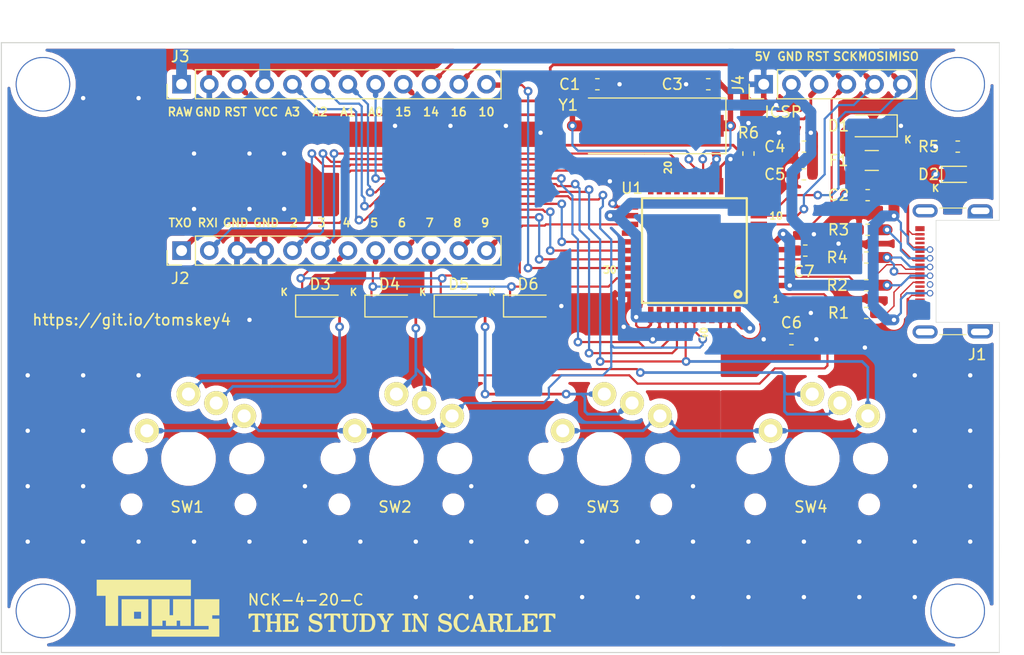
<source format=kicad_pcb>
(kicad_pcb (version 20171130) (host pcbnew "(5.1.6-0-10_14)")
  (layers (0 F.Cu signal) (31 B.Cu signal) (34 B.Paste user) (35 F.Paste user) (36 B.SilkS user) (37 F.SilkS user) (38 B.Mask user) (39 F.Mask user) (44 Edge.Cuts user))
  (net 0 "")
  (net 1 "Net-(C1-Pad1)")
  (net 2 GNDPWR)
  (net 3 +5V)
  (net 4 "Net-(C3-Pad1)")
  (net 5 "Net-(C6-Pad1)")
  (net 6 "Net-(C7-Pad1)")
  (net 7 "Net-(D1-Pad2)")
  (net 8 "Net-(D2-Pad2)")
  (net 9 "Net-(D3-Pad2)")
  (net 10 /D4)
  (net 11 "Net-(D4-Pad2)")
  (net 12 /D5)
  (net 13 "Net-(D5-Pad2)")
  (net 14 "Net-(D6-Pad2)")
  (net 15 VCC)
  (net 16 "Net-(J1-PadB5)")
  (net 17 "Net-(J1-PadA8)")
  (net 18 "Net-(J1-PadA6)")
  (net 19 "Net-(J1-PadA7)")
  (net 20 "Net-(J1-PadA5)")
  (net 21 "Net-(J1-PadB8)")
  (net 22 /D9)
  (net 23 /D8)
  (net 24 /D7)
  (net 25 /D6)
  (net 26 /D3)
  (net 27 /D2)
  (net 28 /RXL)
  (net 29 /TXO)
  (net 30 /RESET)
  (net 31 /A3)
  (net 32 /A2)
  (net 33 /A1)
  (net 34 /A0)
  (net 35 /SCK)
  (net 36 /MISO)
  (net 37 /MOSI)
  (net 38 /D10)
  (net 39 /D+)
  (net 40 /D-)
  (net 41 "Net-(U1-Pad41)")
  (net 42 "Net-(U1-Pad40)")
  (net 43 "Net-(U1-Pad32)")
  (net 44 "Net-(U1-Pad26)")
  (net 45 "Net-(U1-Pad22)")
  (net 46 "Net-(U1-Pad12)")
  (net 47 "Net-(U1-Pad8)")
  (net 48 "Net-(J1-PadB2)")
  (net 49 "Net-(J1-PadB3)")
  (net 50 "Net-(J1-PadA11)")
  (net 51 "Net-(J1-PadA10)")
  (net 52 "Net-(J1-PadA3)")
  (net 53 "Net-(J1-PadA2)")
  (net 54 "Net-(J1-PadB10)")
  (net 55 "Net-(J1-PadB11)")
  (module name_card_keyboard:logo_study_in_scarlet (layer F.Cu) (at 135.89 132.08)
    (fp_text reference G*** hide)
    (fp_text value LOGO hide)
  )
  (module name_card_keyboard:qr_code (layer F.Cu) (at 107.315 95.25)
    (fp_text reference G*** hide)
    (fp_text value LOGO hide)
  )
  (module digikey-footprints:USB-C_Female_CX70M-24P1 (layer F.Cu) (at 184.277 99.695 90)
    (fp_text reference J1 (at -7.62 4.318) (layer F.SilkS))
    (fp_text value CX70M-24P1 hide)
    (pad SH smd rect (at 5.17 3.58 90) (size 0.65 0.26) (layers B.Cu B.Paste B.Mask))
    (pad SH smd rect (at 5.17 5.62 90) (size 0.65 0.26) (layers B.Cu B.Paste B.Mask))
    (pad SH smd rect (at 4.97 4.6 90) (size 0.25 2.3) (layers B.Cu B.Paste B.Mask))
    (pad SH smd rect (at -5.22 5.62 90) (size 0.65 0.26) (layers B.Cu B.Paste B.Mask))
    (pad SH smd rect (at -5.22 3.58 90) (size 0.65 0.26) (layers B.Cu B.Paste B.Mask))
    (pad SH smd rect (at -4.97 4.6 90) (size 0.25 2.3) (layers B.Cu B.Paste B.Mask))
    (pad SH smd rect (at -5.22 3.58 90) (size 0.65 0.26) (layers F.Cu F.Paste F.Mask))
    (pad SH smd rect (at -4.97 4.6 90) (size 0.25 2.3) (layers F.Cu F.Paste F.Mask))
    (pad SH thru_hole oval (at 5.55 4.6 90) (size 1.2 2.3) (drill oval 0.6 1.7) (layers *.Cu *.Mask))
    (pad SH thru_hole oval (at -5.55 4.6 90) (size 1.2 2.3) (drill oval 0.6 1.7) (layers *.Cu *.Mask))
    (pad SH thru_hole oval (at 5.55 -0.45 90) (size 1.2 2.3) (drill oval 0.6 1.7) (layers *.Cu *.Mask))
    (pad SH thru_hole oval (at -5.55 -0.45 90) (size 1.2 2.3) (drill oval 0.6 1.7) (layers *.Cu *.Mask))
    (pad "" smd rect (at 3.915 -0.925 90) (size 0.46 0.85) (layers F.Cu F.Paste F.Mask))
    (pad B1 smd rect (at 3.4 -0.925 90) (size 0.23 0.85) (layers F.Cu F.Paste F.Mask) (net 2 GNDPWR))
    (pad B2 smd rect (at 3 -0.925 90) (size 0.23 0.85) (layers F.Cu F.Paste F.Mask) (net 48 "Net-(J1-PadB2)"))
    (pad B3 smd rect (at 2.6 -0.925 90) (size 0.23 0.85) (layers F.Cu F.Paste F.Mask) (net 49 "Net-(J1-PadB3)"))
    (pad A12 smd rect (at 2.2 -0.925 90) (size 0.23 0.85) (layers F.Cu F.Paste F.Mask) (net 2 GNDPWR))
    (pad A11 smd rect (at 1.8 -0.925 90) (size 0.23 0.85) (layers F.Cu F.Paste F.Mask) (net 50 "Net-(J1-PadA11)"))
    (pad A10 smd rect (at 1.4 -0.925 90) (size 0.23 0.85) (layers F.Cu F.Paste F.Mask) (net 51 "Net-(J1-PadA10)"))
    (pad A9 smd rect (at 1 -0.925 90) (size 0.23 0.85) (layers F.Cu F.Paste F.Mask) (net 15 VCC))
    (pad A8 smd rect (at 0.6 -0.925 90) (size 0.23 0.85) (layers F.Cu F.Paste F.Mask) (net 17 "Net-(J1-PadA8)"))
    (pad A7 smd rect (at 0.2 -0.925 90) (size 0.23 0.85) (layers F.Cu F.Paste F.Mask) (net 19 "Net-(J1-PadA7)"))
    (pad A6 smd rect (at -0.2 -0.925 90) (size 0.23 0.85) (layers F.Cu F.Paste F.Mask) (net 18 "Net-(J1-PadA6)"))
    (pad A5 smd rect (at -0.6 -0.925 90) (size 0.23 0.85) (layers F.Cu F.Paste F.Mask) (net 20 "Net-(J1-PadA5)"))
    (pad A4 smd rect (at -1 -0.925 90) (size 0.23 0.85) (layers F.Cu F.Paste F.Mask) (net 15 VCC))
    (pad A3 smd rect (at -1.4 -0.925 90) (size 0.23 0.85) (layers F.Cu F.Paste F.Mask) (net 52 "Net-(J1-PadA3)"))
    (pad A2 smd rect (at -1.8 -0.925 90) (size 0.23 0.85) (layers F.Cu F.Paste F.Mask) (net 53 "Net-(J1-PadA2)"))
    (pad A1 smd rect (at -2.2 -0.925 90) (size 0.23 0.85) (layers F.Cu F.Paste F.Mask) (net 2 GNDPWR))
    (pad B10 smd rect (at -2.6 -0.925 90) (size 0.23 0.85) (layers F.Cu F.Paste F.Mask) (net 54 "Net-(J1-PadB10)"))
    (pad B11 smd rect (at -3 -0.925 90) (size 0.23 0.85) (layers F.Cu F.Paste F.Mask) (net 55 "Net-(J1-PadB11)"))
    (pad "" smd rect (at -3.915 -0.925 90) (size 0.46 0.85) (layers F.Cu F.Paste F.Mask))
    (pad B4 thru_hole circle (at 2 0 90) (size 0.6 0.6) (drill 0.4) (layers *.Cu *.Mask) (net 15 VCC))
    (pad B5 thru_hole circle (at 1.2 0 90) (size 0.6 0.6) (drill 0.4) (layers *.Cu *.Mask) (net 16 "Net-(J1-PadB5)"))
    (pad B6 thru_hole circle (at 0.4 0 90) (size 0.6 0.6) (drill 0.4) (layers *.Cu *.Mask) (net 18 "Net-(J1-PadA6)"))
    (pad B7 thru_hole circle (at -0.4 0 90) (size 0.6 0.6) (drill 0.4) (layers *.Cu *.Mask) (net 19 "Net-(J1-PadA7)"))
    (pad B8 thru_hole circle (at -1.2 0 90) (size 0.6 0.6) (drill 0.4) (layers *.Cu *.Mask) (net 21 "Net-(J1-PadB8)"))
    (pad B9 thru_hole circle (at -2 0 90) (size 0.6 0.6) (drill 0.4) (layers *.Cu *.Mask) (net 15 VCC))
    (pad B12 smd rect (at -3.4 -0.925 90) (size 0.23 0.85) (layers F.Cu F.Paste F.Mask) (net 2 GNDPWR))
    (pad SH smd rect (at -5.22 5.62 90) (size 0.65 0.26) (layers F.Cu F.Paste F.Mask))
    (pad SH smd rect (at 4.97 4.6 90) (size 0.25 2.3) (layers F.Cu F.Paste F.Mask))
    (pad SH smd rect (at 5.17 3.58 90) (size 0.65 0.26) (layers F.Cu F.Paste F.Mask))
    (pad SH smd rect (at 5.17 5.62 90) (size 0.65 0.26) (layers F.Cu F.Paste F.Mask))
  )
  (module Resistor_SMD:R_0603_1608Metric (layer F.Cu) (at 178.435 103.505)
    (fp_text reference R1 (at -2.54 0) (layer F.SilkS))
    (fp_text value 22)
    (pad 2 smd roundrect (at 0.7875 0) (size 0.875 0.95) (layers F.Cu F.Paste F.Mask) (net 20 "Net-(J1-PadA5)"))
    (pad 1 smd roundrect (at -0.7875 0) (size 0.875 0.95) (layers F.Cu F.Paste F.Mask) (net 2 GNDPWR))
  )
  (module Resistor_SMD:R_0603_1608Metric (layer F.Cu) (at 178.435 100.965)
    (fp_text reference R2 (at -2.667 0) (layer F.SilkS))
    (fp_text value 22)
    (pad 2 smd roundrect (at 0.7875 0) (size 0.875 0.95) (layers F.Cu F.Paste F.Mask) (net 19 "Net-(J1-PadA7)"))
    (pad 1 smd roundrect (at -0.7875 0) (size 0.875 0.95) (layers F.Cu F.Paste F.Mask) (net 40 /D-))
  )
  (module Resistor_SMD:R_0603_1608Metric (layer F.Cu) (at 178.435 98.425)
    (fp_text reference R4 (at -2.667 0) (layer F.SilkS))
    (fp_text value 22)
    (pad 2 smd roundrect (at 0.7875 0) (size 0.875 0.95) (layers F.Cu F.Paste F.Mask) (net 18 "Net-(J1-PadA6)"))
    (pad 1 smd roundrect (at -0.7875 0) (size 0.875 0.95) (layers F.Cu F.Paste F.Mask) (net 39 /D+))
  )
  (module Fuse:Fuse_1206_3216Metric (layer F.Cu) (at 178.94 89.535)
    (fp_text reference F1 (at -3.045 0) (layer F.SilkS))
    (fp_text value NANOSMDC050F/13.2)
    (pad 2 smd roundrect (at 1.4 0) (size 1.25 1.75) (layers F.Cu F.Paste F.Mask) (roundrect_rratio 0.2) (net 15 VCC))
    (pad 1 smd roundrect (at -1.4 0) (size 1.25 1.75) (layers F.Cu F.Paste F.Mask) (roundrect_rratio 0.2) (net 7 "Net-(D1-Pad2)"))
  )
  (module keyboard_foostan:CherryMX_Choc_1u (layer F.Cu) (at 173.482 116.84)
    (fp_text reference SW4 hide)
    (fp_text value SW_Push hide)
    (pad "" np_thru_hole circle (at -5.22 4.2) (size 1 1) (drill 1) (layers *.Cu *.Mask))
    (pad "" np_thru_hole circle (at 5.22 4.2) (size 1 1) (drill 1) (layers *.Cu *.Mask))
    (pad "" np_thru_hole circle (at -5.08 0) (size 1.7 1.7) (drill 1.7) (layers *.Cu *.Mask))
    (pad "" np_thru_hole circle (at 5.08 0) (size 1.7 1.7) (drill 1.7) (layers *.Cu *.Mask))
    (pad 1 thru_hole circle (at -3.81 -2.54 50) (size 2.2 2.2) (drill 1.2) (layers *.Cu F.SilkS B.Mask) (net 32 /A2))
    (pad 2 thru_hole circle (at 2.54 -5.08) (size 2.2 2.2) (drill 1.2) (layers *.Cu F.SilkS B.Mask) (net 14 "Net-(D6-Pad2)"))
    (pad 2 thru_hole circle (at 0 -5.9 90) (size 2.2 2.2) (drill 1.2) (layers *.Cu F.SilkS B.Mask) (net 14 "Net-(D6-Pad2)"))
    (pad "" np_thru_hole circle (at 5.5 0 90) (size 1.9 1.9) (drill 1.9) (layers *.Cu *.Mask))
    (pad "" np_thru_hole circle (at -5.5 0 90) (size 1.9 1.9) (drill 1.9) (layers *.Cu *.Mask))
    (pad "" np_thru_hole circle (at 0 0 90) (size 4 4) (drill 4) (layers *.Cu *.Mask))
    (pad 1 thru_hole circle (at 5.1 -3.9 310) (size 2.2 2.2) (drill 1.2) (layers *.Cu F.SilkS B.Mask) (net 32 /A2))
  )
  (module logo_silk:logo (layer F.Cu) (at 113.538 130.556)
    (fp_text reference G*** hide)
    (fp_text value LOGO hide)
  )
  (module keyboard_foostan:CherryMX_Choc_1u (layer F.Cu) (at 154.432 116.84)
    (fp_text reference SW3 hide)
    (fp_text value SW_Push hide)
    (pad "" np_thru_hole circle (at -5.22 4.2) (size 1 1) (drill 1) (layers *.Cu *.Mask))
    (pad "" np_thru_hole circle (at 5.22 4.2) (size 1 1) (drill 1) (layers *.Cu *.Mask))
    (pad "" np_thru_hole circle (at -5.08 0) (size 1.7 1.7) (drill 1.7) (layers *.Cu *.Mask))
    (pad "" np_thru_hole circle (at 5.08 0) (size 1.7 1.7) (drill 1.7) (layers *.Cu *.Mask))
    (pad 1 thru_hole circle (at -3.81 -2.54 50) (size 2.2 2.2) (drill 1.2) (layers *.Cu F.SilkS B.Mask) (net 32 /A2))
    (pad 2 thru_hole circle (at 2.54 -5.08) (size 2.2 2.2) (drill 1.2) (layers *.Cu F.SilkS B.Mask) (net 13 "Net-(D5-Pad2)"))
    (pad 2 thru_hole circle (at 0 -5.9 90) (size 2.2 2.2) (drill 1.2) (layers *.Cu F.SilkS B.Mask) (net 13 "Net-(D5-Pad2)"))
    (pad "" np_thru_hole circle (at 5.5 0 90) (size 1.9 1.9) (drill 1.9) (layers *.Cu *.Mask))
    (pad "" np_thru_hole circle (at -5.5 0 90) (size 1.9 1.9) (drill 1.9) (layers *.Cu *.Mask))
    (pad "" np_thru_hole circle (at 0 0 90) (size 4 4) (drill 4) (layers *.Cu *.Mask))
    (pad 1 thru_hole circle (at 5.1 -3.9 310) (size 2.2 2.2) (drill 1.2) (layers *.Cu F.SilkS B.Mask) (net 32 /A2))
  )
  (module Connector_PinHeader_2.54mm:PinHeader_1x12_P2.54mm_Vertical (layer F.Cu) (at 115.697 82.55 90)
    (fp_text reference J3 (at 2.54 -0.127) (layer F.SilkS))
    (fp_text value Conn_01x12_Female)
    (pad 12 thru_hole oval (at 0 27.94 90) (size 1.7 1.7) (drill 1) (layers *.Cu *.Mask) (net 38 /D10))
    (pad 11 thru_hole oval (at 0 25.4 90) (size 1.7 1.7) (drill 1) (layers *.Cu *.Mask) (net 37 /MOSI))
    (pad 10 thru_hole oval (at 0 22.86 90) (size 1.7 1.7) (drill 1) (layers *.Cu *.Mask) (net 36 /MISO))
    (pad 9 thru_hole oval (at 0 20.32 90) (size 1.7 1.7) (drill 1) (layers *.Cu *.Mask) (net 35 /SCK))
    (pad 8 thru_hole oval (at 0 17.78 90) (size 1.7 1.7) (drill 1) (layers *.Cu *.Mask) (net 34 /A0))
    (pad 7 thru_hole oval (at 0 15.24 90) (size 1.7 1.7) (drill 1) (layers *.Cu *.Mask) (net 33 /A1))
    (pad 6 thru_hole oval (at 0 12.7 90) (size 1.7 1.7) (drill 1) (layers *.Cu *.Mask) (net 32 /A2))
    (pad 5 thru_hole oval (at 0 10.16 90) (size 1.7 1.7) (drill 1) (layers *.Cu *.Mask) (net 31 /A3))
    (pad 4 thru_hole oval (at 0 7.62 90) (size 1.7 1.7) (drill 1) (layers *.Cu *.Mask) (net 3 +5V))
    (pad 3 thru_hole oval (at 0 5.08 90) (size 1.7 1.7) (drill 1) (layers *.Cu *.Mask) (net 30 /RESET))
    (pad 2 thru_hole oval (at 0 2.54 90) (size 1.7 1.7) (drill 1) (layers *.Cu *.Mask) (net 2 GNDPWR))
    (pad 1 thru_hole rect (at 0 0 90) (size 1.7 1.7) (drill 1) (layers *.Cu *.Mask) (net 3 +5V))
  )
  (module keyboard_foostan:CherryMX_Choc_1u (layer F.Cu) (at 135.382 116.84)
    (fp_text reference SW2 hide)
    (fp_text value SW_Push hide)
    (pad "" np_thru_hole circle (at -5.22 4.2) (size 1 1) (drill 1) (layers *.Cu *.Mask))
    (pad "" np_thru_hole circle (at 5.22 4.2) (size 1 1) (drill 1) (layers *.Cu *.Mask))
    (pad "" np_thru_hole circle (at -5.08 0) (size 1.7 1.7) (drill 1.7) (layers *.Cu *.Mask))
    (pad "" np_thru_hole circle (at 5.08 0) (size 1.7 1.7) (drill 1.7) (layers *.Cu *.Mask))
    (pad 1 thru_hole circle (at -3.81 -2.54 50) (size 2.2 2.2) (drill 1.2) (layers *.Cu F.SilkS B.Mask) (net 31 /A3))
    (pad 2 thru_hole circle (at 2.54 -5.08) (size 2.2 2.2) (drill 1.2) (layers *.Cu F.SilkS B.Mask) (net 11 "Net-(D4-Pad2)"))
    (pad 2 thru_hole circle (at 0 -5.9 90) (size 2.2 2.2) (drill 1.2) (layers *.Cu F.SilkS B.Mask) (net 11 "Net-(D4-Pad2)"))
    (pad "" np_thru_hole circle (at 5.5 0 90) (size 1.9 1.9) (drill 1.9) (layers *.Cu *.Mask))
    (pad "" np_thru_hole circle (at -5.5 0 90) (size 1.9 1.9) (drill 1.9) (layers *.Cu *.Mask))
    (pad "" np_thru_hole circle (at 0 0 90) (size 4 4) (drill 4) (layers *.Cu *.Mask))
    (pad 1 thru_hole circle (at 5.1 -3.9 310) (size 2.2 2.2) (drill 1.2) (layers *.Cu F.SilkS B.Mask) (net 31 /A3))
  )
  (module keyboard_foostan:HOLE (layer F.Cu) (at 102.997 130.81)
    (fp_text reference Ref**)
    (fp_text value Val**)
    (pad "" np_thru_hole circle (at 0 0) (size 5 5) (drill 4.8) (layers *.Cu *.Mask))
  )
  (module keyboard_foostan:HOLE (layer F.Cu) (at 102.997 82.55)
    (fp_text reference Ref**)
    (fp_text value Val**)
    (pad "" np_thru_hole circle (at 0 0) (size 5 5) (drill 4.8) (layers *.Cu *.Mask))
  )
  (module keyboard_foostan:HOLE (layer F.Cu) (at 186.817 130.81)
    (fp_text reference Ref**)
    (fp_text value Val**)
    (pad "" np_thru_hole circle (at 0 0) (size 5 5) (drill 4.8) (layers *.Cu *.Mask))
  )
  (module keyboard_foostan:HOLE (layer F.Cu) (at 186.817 82.55)
    (fp_text reference Ref**)
    (fp_text value Val**)
    (pad "" np_thru_hole circle (at 0 0) (size 5 5) (drill 4.8) (layers *.Cu *.Mask))
  )
  (module Keebio-Parts:ATMEGA32U4-AU (layer F.Cu) (at 162.687 97.79 180)
    (fp_text reference U1 (at 5.715 5.715) (layer F.SilkS))
    (fp_text value ATmega32U4-AU)
    (pad 44 smd rect (at -4 -5.9 180) (size 0.5 1.5) (layers F.Cu F.Paste F.Mask) (net 3 +5V))
    (pad 43 smd rect (at -3.2 -5.9 180) (size 0.5 1.5) (layers F.Cu F.Paste F.Mask) (net 2 GNDPWR))
    (pad 42 smd rect (at -2.4 -5.9 180) (size 0.5 1.5) (layers F.Cu F.Paste F.Mask) (net 5 "Net-(C6-Pad1)"))
    (pad 41 smd rect (at -1.6 -5.9 180) (size 0.5 1.5) (layers F.Cu F.Paste F.Mask) (net 41 "Net-(U1-Pad41)"))
    (pad 40 smd rect (at -0.8 -5.9 180) (size 0.5 1.5) (layers F.Cu F.Paste F.Mask) (net 42 "Net-(U1-Pad40)"))
    (pad 39 smd rect (at 0 -5.9 180) (size 0.5 1.5) (layers F.Cu F.Paste F.Mask) (net 31 /A3))
    (pad 38 smd rect (at 0.8 -5.9 180) (size 0.5 1.5) (layers F.Cu F.Paste F.Mask) (net 32 /A2))
    (pad 37 smd rect (at 1.6 -5.9 180) (size 0.5 1.5) (layers F.Cu F.Paste F.Mask) (net 33 /A1))
    (pad 36 smd rect (at 2.4 -5.9 180) (size 0.5 1.5) (layers F.Cu F.Paste F.Mask) (net 34 /A0))
    (pad 35 smd rect (at 3.2 -5.9 180) (size 0.5 1.5) (layers F.Cu F.Paste F.Mask) (net 2 GNDPWR))
    (pad 34 smd rect (at 4 -5.9 180) (size 0.5 1.5) (layers F.Cu F.Paste F.Mask) (net 3 +5V))
    (pad 33 smd rect (at 5.9 -4 180) (size 1.5 0.5) (layers F.Cu F.Paste F.Mask) (net 2 GNDPWR))
    (pad 32 smd rect (at 5.9 -3.2 180) (size 1.5 0.5) (layers F.Cu F.Paste F.Mask) (net 43 "Net-(U1-Pad32)"))
    (pad 31 smd rect (at 5.9 -2.4 180) (size 1.5 0.5) (layers F.Cu F.Paste F.Mask) (net 12 /D5))
    (pad 30 smd rect (at 5.9 -1.6 180) (size 1.5 0.5) (layers F.Cu F.Paste F.Mask) (net 38 /D10))
    (pad 29 smd rect (at 5.9 -0.8 180) (size 1.5 0.5) (layers F.Cu F.Paste F.Mask) (net 22 /D9))
    (pad 28 smd rect (at 5.9 0 180) (size 1.5 0.5) (layers F.Cu F.Paste F.Mask) (net 23 /D8))
    (pad 27 smd rect (at 5.9 0.8 180) (size 1.5 0.5) (layers F.Cu F.Paste F.Mask) (net 25 /D6))
    (pad 26 smd rect (at 5.9 1.6 180) (size 1.5 0.5) (layers F.Cu F.Paste F.Mask) (net 44 "Net-(U1-Pad26)"))
    (pad 25 smd rect (at 5.9 2.4 180) (size 1.5 0.5) (layers F.Cu F.Paste F.Mask) (net 10 /D4))
    (pad 24 smd rect (at 5.9 3.2 180) (size 1.5 0.5) (layers F.Cu F.Paste F.Mask) (net 3 +5V))
    (pad 23 smd rect (at 5.9 4 180) (size 1.5 0.5) (layers F.Cu F.Paste F.Mask) (net 2 GNDPWR))
    (pad 22 smd rect (at 4 5.9 180) (size 0.5 1.5) (layers F.Cu F.Paste F.Mask) (net 45 "Net-(U1-Pad22)"))
    (pad 21 smd rect (at 3.2 5.9 180) (size 0.5 1.5) (layers F.Cu F.Paste F.Mask) (net 29 /TXO))
    (pad 20 smd rect (at 2.4 5.9 180) (size 0.5 1.5) (layers F.Cu F.Paste F.Mask) (net 28 /RXL))
    (pad 19 smd rect (at 1.6 5.9 180) (size 0.5 1.5) (layers F.Cu F.Paste F.Mask) (net 27 /D2))
    (pad 18 smd rect (at 0.8 5.9 180) (size 0.5 1.5) (layers F.Cu F.Paste F.Mask) (net 26 /D3))
    (pad 17 smd rect (at 0 5.9 180) (size 0.5 1.5) (layers F.Cu F.Paste F.Mask) (net 1 "Net-(C1-Pad1)"))
    (pad 16 smd rect (at -0.8 5.9 180) (size 0.5 1.5) (layers F.Cu F.Paste F.Mask) (net 4 "Net-(C3-Pad1)"))
    (pad 15 smd rect (at -1.6 5.9 180) (size 0.5 1.5) (layers F.Cu F.Paste F.Mask) (net 2 GNDPWR))
    (pad 14 smd rect (at -2.4 5.9 180) (size 0.5 1.5) (layers F.Cu F.Paste F.Mask) (net 3 +5V))
    (pad 13 smd rect (at -3.2 5.9 180) (size 0.5 1.5) (layers F.Cu F.Paste F.Mask) (net 30 /RESET))
    (pad 12 smd rect (at -4 5.9 180) (size 0.5 1.5) (layers F.Cu F.Paste F.Mask) (net 46 "Net-(U1-Pad12)"))
    (pad 11 smd rect (at -5.9 4 180) (size 1.5 0.5) (layers F.Cu F.Paste F.Mask) (net 36 /MISO))
    (pad 10 smd rect (at -5.9 3.2 180) (size 1.5 0.5) (layers F.Cu F.Paste F.Mask) (net 37 /MOSI))
    (pad 9 smd rect (at -5.9 2.4 180) (size 1.5 0.5) (layers F.Cu F.Paste F.Mask) (net 35 /SCK))
    (pad 8 smd rect (at -5.9 1.6 180) (size 1.5 0.5) (layers F.Cu F.Paste F.Mask) (net 47 "Net-(U1-Pad8)"))
    (pad 7 smd rect (at -5.9 0.8 180) (size 1.5 0.5) (layers F.Cu F.Paste F.Mask) (net 15 VCC))
    (pad 6 smd rect (at -5.9 0 180) (size 1.5 0.5) (layers F.Cu F.Paste F.Mask) (net 6 "Net-(C7-Pad1)"))
    (pad 5 smd rect (at -5.9 -0.8 180) (size 1.5 0.5) (layers F.Cu F.Paste F.Mask) (net 2 GNDPWR))
    (pad 4 smd rect (at -5.9 -1.6 180) (size 1.5 0.5) (layers F.Cu F.Paste F.Mask) (net 39 /D+))
    (pad 3 smd rect (at -5.9 -2.4 180) (size 1.5 0.5) (layers F.Cu F.Paste F.Mask) (net 40 /D-))
    (pad 2 smd rect (at -5.9 -3.2 180) (size 1.5 0.5) (layers F.Cu F.Paste F.Mask) (net 15 VCC))
    (pad 1 smd rect (at -5.9 -4 180) (size 1.5 0.5) (layers F.Cu F.Paste F.Mask) (net 24 /D7))
  )
  (module Capacitor_SMD:C_0603_1608Metric (layer F.Cu) (at 153.797 82.55)
    (fp_text reference C1 (at -2.54 0) (layer F.SilkS))
    (fp_text value 22p)
    (pad 2 smd roundrect (at 0.7875 0) (size 0.875 0.95) (layers F.Cu F.Paste F.Mask) (net 2 GNDPWR))
    (pad 1 smd roundrect (at -0.7875 0) (size 0.875 0.95) (layers F.Cu F.Paste F.Mask) (net 1 "Net-(C1-Pad1)"))
  )
  (module Capacitor_SMD:C_0603_1608Metric (layer F.Cu) (at 178.562 92.71)
    (fp_text reference C2 (at -2.667 0) (layer F.SilkS))
    (fp_text value 10u)
    (pad 2 smd roundrect (at 0.7875 0) (size 0.875 0.95) (layers F.Cu F.Paste F.Mask) (net 2 GNDPWR))
    (pad 1 smd roundrect (at -0.7875 0) (size 0.875 0.95) (layers F.Cu F.Paste F.Mask) (net 3 +5V))
  )
  (module Capacitor_SMD:C_0603_1608Metric (layer F.Cu) (at 163.957 82.55 180)
    (fp_text reference C3 (at 3.302 0) (layer F.SilkS))
    (fp_text value 22p)
    (pad 2 smd roundrect (at 0.7875 0 180) (size 0.875 0.95) (layers F.Cu F.Paste F.Mask) (net 2 GNDPWR))
    (pad 1 smd roundrect (at -0.7875 0 180) (size 0.875 0.95) (layers F.Cu F.Paste F.Mask) (net 4 "Net-(C3-Pad1)"))
  )
  (module Capacitor_SMD:C_0603_1608Metric (layer F.Cu) (at 172.72 88.265)
    (fp_text reference C4 (at -2.667 0) (layer F.SilkS))
    (fp_text value 1u)
    (pad 2 smd roundrect (at 0.7875 0) (size 0.875 0.95) (layers F.Cu F.Paste F.Mask) (net 2 GNDPWR))
    (pad 1 smd roundrect (at -0.7875 0) (size 0.875 0.95) (layers F.Cu F.Paste F.Mask) (net 3 +5V))
  )
  (module Capacitor_SMD:C_0603_1608Metric (layer F.Cu) (at 172.72 90.805)
    (fp_text reference C5 (at -2.667 0) (layer F.SilkS))
    (fp_text value 0.1u)
    (pad 2 smd roundrect (at 0.7875 0) (size 0.875 0.95) (layers F.Cu F.Paste F.Mask) (net 2 GNDPWR))
    (pad 1 smd roundrect (at -0.7875 0) (size 0.875 0.95) (layers F.Cu F.Paste F.Mask) (net 3 +5V))
  )
  (module Capacitor_SMD:C_0603_1608Metric (layer F.Cu) (at 171.577 105.918)
    (fp_text reference C6 (at 0 -1.524) (layer F.SilkS))
    (fp_text value 0.1u)
    (pad 2 smd roundrect (at 0.7875 0) (size 0.875 0.95) (layers F.Cu F.Paste F.Mask) (net 2 GNDPWR))
    (pad 1 smd roundrect (at -0.7875 0) (size 0.875 0.95) (layers F.Cu F.Paste F.Mask) (net 5 "Net-(C6-Pad1)"))
  )
  (module Capacitor_SMD:C_0603_1608Metric (layer F.Cu) (at 172.847 97.79)
    (fp_text reference C7 (at -0.127 1.905) (layer F.SilkS))
    (fp_text value 1u)
    (pad 2 smd roundrect (at 0.7875 0) (size 0.875 0.95) (layers F.Cu F.Paste F.Mask) (net 2 GNDPWR))
    (pad 1 smd roundrect (at -0.7875 0) (size 0.875 0.95) (layers F.Cu F.Paste F.Mask) (net 6 "Net-(C7-Pad1)"))
  )
  (module Diode_SMD:D_SOD-123F (layer F.Cu) (at 179.07 86.36 180)
    (fp_text reference D1 (at 3.175 0) (layer F.SilkS))
    (fp_text value RB161MM-20)
    (pad 2 smd rect (at 1.4 0 180) (size 1.1 1.1) (layers F.Cu F.Paste F.Mask) (net 7 "Net-(D1-Pad2)"))
    (pad 1 smd rect (at -1.4 0 180) (size 1.1 1.1) (layers F.Cu F.Paste F.Mask) (net 3 +5V))
  )
  (module LED_SMD:LED_0603_1608Metric (layer F.Cu) (at 186.817 90.805)
    (fp_text reference D2 (at -2.667 0) (layer F.SilkS))
    (fp_text value SMLE13WBC8W1)
    (pad 2 smd roundrect (at 0.7875 0) (size 0.875 0.95) (layers F.Cu F.Paste F.Mask) (net 8 "Net-(D2-Pad2)"))
    (pad 1 smd roundrect (at -0.7875 0) (size 0.875 0.95) (layers F.Cu F.Paste F.Mask) (net 2 GNDPWR))
  )
  (module Diode_SMD:D_SOD-123 (layer F.Cu) (at 128.397 102.87)
    (fp_text reference D3 (at 0 -2) (layer F.SilkS))
    (fp_text value 1N4148W)
    (pad 2 smd rect (at 1.65 0) (size 0.9 1.2) (layers F.Cu F.Paste F.Mask) (net 9 "Net-(D3-Pad2)"))
    (pad 1 smd rect (at -1.65 0) (size 0.9 1.2) (layers F.Cu F.Paste F.Mask) (net 10 /D4))
  )
  (module Diode_SMD:D_SOD-123 (layer F.Cu) (at 134.747 102.87)
    (fp_text reference D4 (at 0 -2) (layer F.SilkS))
    (fp_text value 1N4148W)
    (pad 2 smd rect (at 1.65 0) (size 0.9 1.2) (layers F.Cu F.Paste F.Mask) (net 11 "Net-(D4-Pad2)"))
    (pad 1 smd rect (at -1.65 0) (size 0.9 1.2) (layers F.Cu F.Paste F.Mask) (net 12 /D5))
  )
  (module Diode_SMD:D_SOD-123 (layer F.Cu) (at 141.097 102.87)
    (fp_text reference D5 (at 0 -2) (layer F.SilkS))
    (fp_text value 1N4148W)
    (pad 2 smd rect (at 1.65 0) (size 0.9 1.2) (layers F.Cu F.Paste F.Mask) (net 13 "Net-(D5-Pad2)"))
    (pad 1 smd rect (at -1.65 0) (size 0.9 1.2) (layers F.Cu F.Paste F.Mask) (net 10 /D4))
  )
  (module Diode_SMD:D_SOD-123 (layer F.Cu) (at 147.447 102.87)
    (fp_text reference D6 (at 0 -2) (layer F.SilkS))
    (fp_text value 1N4148W)
    (pad 2 smd rect (at 1.65 0) (size 0.9 1.2) (layers F.Cu F.Paste F.Mask) (net 14 "Net-(D6-Pad2)"))
    (pad 1 smd rect (at -1.65 0) (size 0.9 1.2) (layers F.Cu F.Paste F.Mask) (net 12 /D5))
  )
  (module Connector_PinHeader_2.54mm:PinHeader_1x12_P2.54mm_Vertical (layer F.Cu) (at 115.697 97.79 90)
    (fp_text reference J2 (at -2.54 -0.127) (layer F.SilkS))
    (fp_text value Conn_01x12_Female)
    (pad 12 thru_hole oval (at 0 27.94 90) (size 1.7 1.7) (drill 1) (layers *.Cu *.Mask) (net 22 /D9))
    (pad 11 thru_hole oval (at 0 25.4 90) (size 1.7 1.7) (drill 1) (layers *.Cu *.Mask) (net 23 /D8))
    (pad 10 thru_hole oval (at 0 22.86 90) (size 1.7 1.7) (drill 1) (layers *.Cu *.Mask) (net 24 /D7))
    (pad 9 thru_hole oval (at 0 20.32 90) (size 1.7 1.7) (drill 1) (layers *.Cu *.Mask) (net 25 /D6))
    (pad 8 thru_hole oval (at 0 17.78 90) (size 1.7 1.7) (drill 1) (layers *.Cu *.Mask) (net 12 /D5))
    (pad 7 thru_hole oval (at 0 15.24 90) (size 1.7 1.7) (drill 1) (layers *.Cu *.Mask) (net 10 /D4))
    (pad 6 thru_hole oval (at 0 12.7 90) (size 1.7 1.7) (drill 1) (layers *.Cu *.Mask) (net 26 /D3))
    (pad 5 thru_hole oval (at 0 10.16 90) (size 1.7 1.7) (drill 1) (layers *.Cu *.Mask) (net 27 /D2))
    (pad 4 thru_hole oval (at 0 7.62 90) (size 1.7 1.7) (drill 1) (layers *.Cu *.Mask) (net 2 GNDPWR))
    (pad 3 thru_hole oval (at 0 5.08 90) (size 1.7 1.7) (drill 1) (layers *.Cu *.Mask) (net 2 GNDPWR))
    (pad 2 thru_hole oval (at 0 2.54 90) (size 1.7 1.7) (drill 1) (layers *.Cu *.Mask) (net 28 /RXL))
    (pad 1 thru_hole rect (at 0 0 90) (size 1.7 1.7) (drill 1) (layers *.Cu *.Mask) (net 29 /TXO))
  )
  (module Connector_PinHeader_2.54mm:PinHeader_1x06_P2.54mm_Vertical (layer F.Cu) (at 169.037 82.55 90)
    (fp_text reference J4 (at 0 -2.33 90) (layer F.SilkS))
    (fp_text value Conn_01x06_Female)
    (pad 6 thru_hole oval (at 0 12.7 90) (size 1.7 1.7) (drill 1) (layers *.Cu *.Mask) (net 36 /MISO))
    (pad 5 thru_hole oval (at 0 10.16 90) (size 1.7 1.7) (drill 1) (layers *.Cu *.Mask) (net 37 /MOSI))
    (pad 4 thru_hole oval (at 0 7.62 90) (size 1.7 1.7) (drill 1) (layers *.Cu *.Mask) (net 35 /SCK))
    (pad 3 thru_hole oval (at 0 5.08 90) (size 1.7 1.7) (drill 1) (layers *.Cu *.Mask) (net 30 /RESET))
    (pad 2 thru_hole oval (at 0 2.54 90) (size 1.7 1.7) (drill 1) (layers *.Cu *.Mask) (net 2 GNDPWR))
    (pad 1 thru_hole rect (at 0 0 90) (size 1.7 1.7) (drill 1) (layers *.Cu *.Mask) (net 3 +5V))
  )
  (module Resistor_SMD:R_0603_1608Metric (layer F.Cu) (at 178.562 95.885)
    (fp_text reference R3 (at -2.667 0) (layer F.SilkS))
    (fp_text value 22)
    (pad 2 smd roundrect (at 0.7875 0) (size 0.875 0.95) (layers F.Cu F.Paste F.Mask) (net 16 "Net-(J1-PadB5)"))
    (pad 1 smd roundrect (at -0.7875 0) (size 0.875 0.95) (layers F.Cu F.Paste F.Mask) (net 2 GNDPWR))
  )
  (module Resistor_SMD:R_0603_1608Metric (layer F.Cu) (at 186.817 88.265)
    (fp_text reference R5 (at -2.667 0) (layer F.SilkS))
    (fp_text value 1k)
    (pad 2 smd roundrect (at 0.7875 0) (size 0.875 0.95) (layers F.Cu F.Paste F.Mask) (net 8 "Net-(D2-Pad2)"))
    (pad 1 smd roundrect (at -0.7875 0) (size 0.875 0.95) (layers F.Cu F.Paste F.Mask) (net 3 +5V))
  )
  (module Resistor_SMD:R_0603_1608Metric (layer F.Cu) (at 167.64 88.9 90)
    (fp_text reference R6 (at 1.905 0) (layer F.SilkS))
    (fp_text value 10k)
    (pad 2 smd roundrect (at 0.7875 0 90) (size 0.875 0.95) (layers F.Cu F.Paste F.Mask) (net 3 +5V))
    (pad 1 smd roundrect (at -0.7875 0 90) (size 0.875 0.95) (layers F.Cu F.Paste F.Mask) (net 30 /RESET))
  )
  (module keyboard_foostan:CherryMX_Choc_1u (layer F.Cu) (at 116.332 116.84)
    (fp_text reference SW1 hide)
    (fp_text value SW_Push hide)
    (pad "" np_thru_hole circle (at -5.22 4.2) (size 1 1) (drill 1) (layers *.Cu *.Mask))
    (pad "" np_thru_hole circle (at 5.22 4.2) (size 1 1) (drill 1) (layers *.Cu *.Mask))
    (pad "" np_thru_hole circle (at -5.08 0) (size 1.7 1.7) (drill 1.7) (layers *.Cu *.Mask))
    (pad "" np_thru_hole circle (at 5.08 0) (size 1.7 1.7) (drill 1.7) (layers *.Cu *.Mask))
    (pad 1 thru_hole circle (at -3.81 -2.54 50) (size 2.2 2.2) (drill 1.2) (layers *.Cu F.SilkS B.Mask) (net 31 /A3))
    (pad 2 thru_hole circle (at 2.54 -5.08) (size 2.2 2.2) (drill 1.2) (layers *.Cu F.SilkS B.Mask) (net 9 "Net-(D3-Pad2)"))
    (pad 2 thru_hole circle (at 0 -5.9 90) (size 2.2 2.2) (drill 1.2) (layers *.Cu F.SilkS B.Mask) (net 9 "Net-(D3-Pad2)"))
    (pad "" np_thru_hole circle (at 5.5 0 90) (size 1.9 1.9) (drill 1.9) (layers *.Cu *.Mask))
    (pad "" np_thru_hole circle (at -5.5 0 90) (size 1.9 1.9) (drill 1.9) (layers *.Cu *.Mask))
    (pad "" np_thru_hole circle (at 0 0 90) (size 4 4) (drill 4) (layers *.Cu *.Mask))
    (pad 1 thru_hole circle (at 5.1 -3.9 310) (size 2.2 2.2) (drill 1.2) (layers *.Cu F.SilkS B.Mask) (net 31 /A3))
  )
  (module Crystal:Crystal_SMD_HC49-SD (layer F.Cu) (at 158.877 86.36 180)
    (fp_text reference Y1 (at 7.747 1.905) (layer F.SilkS))
    (fp_text value 16MHz)
    (pad 2 smd rect (at 4.25 0 180) (size 4.5 2) (layers F.Cu F.Paste F.Mask) (net 1 "Net-(C1-Pad1)"))
    (pad 1 smd rect (at -4.25 0 180) (size 4.5 2) (layers F.Cu F.Paste F.Mask) (net 4 "Net-(C3-Pad1)"))
  )
  (gr_text 40 (at 163.576 105.41 90) (layer F.SilkS) (effects (font (size 0.635 0.635))))
  (gr_text 30 (at 154.94 99.568) (layer F.SilkS) (effects (font (size 0.635 0.635))))
  (gr_text 20 (at 160.274 90.17 90) (layer F.SilkS) (effects (font (size 0.635 0.635))))
  (gr_text 10 (at 170.18 94.615) (layer F.SilkS) (effects (font (size 0.635 0.635))))
  (gr_text 1 (at 170.18 102.235) (layer F.SilkS) (effects (font (size 0.635 0.635))))
  (gr_text K (at 184.785 92.075) (layer F.SilkS) (effects (font (size 0.635 0.635))))
  (gr_text K (at 182.245 87.63) (layer F.SilkS) (effects (font (size 0.635 0.635))))
  (gr_text K (at 144.145 101.6) (layer F.SilkS) (effects (font (size 0.635 0.635))))
  (gr_text K (at 137.795 101.6) (layer F.SilkS) (effects (font (size 0.635 0.635))))
  (gr_text K (at 131.445 101.6) (layer F.SilkS) (effects (font (size 0.635 0.635))))
  (gr_text K (at 125.095 101.6) (layer F.SilkS) (effects (font (size 0.635 0.635))))
  (gr_text 10 (at 143.637 85.09) (layer F.SilkS) (effects (font (size 0.762 0.762))))
  (gr_text 16 (at 141.097 85.09) (layer F.SilkS) (effects (font (size 0.762 0.762))))
  (gr_text 14 (at 138.557 85.09) (layer F.SilkS) (effects (font (size 0.762 0.762))))
  (gr_text 15 (at 136.017 85.09) (layer F.SilkS) (effects (font (size 0.762 0.762))))
  (gr_text A0 (at 133.477 85.09) (layer F.SilkS) (effects (font (size 0.762 0.762))))
  (gr_text A1 (at 130.937 85.09) (layer F.SilkS) (effects (font (size 0.762 0.762))))
  (gr_text A2 (at 128.397 85.09) (layer F.SilkS) (effects (font (size 0.762 0.762))))
  (gr_text A3 (at 125.857 85.09) (layer F.SilkS) (effects (font (size 0.762 0.762))))
  (gr_text VCC (at 123.444 85.09) (layer F.SilkS) (effects (font (size 0.762 0.762))))
  (gr_text RST (at 120.65 85.09) (layer F.SilkS) (effects (font (size 0.762 0.762))))
  (gr_text GND (at 118.11 85.09) (layer F.SilkS) (effects (font (size 0.762 0.762))))
  (gr_text RAW (at 115.57 85.09) (layer F.SilkS) (effects (font (size 0.762 0.762))))
  (gr_text 9 (at 143.51 95.25) (layer F.SilkS) (effects (font (size 0.762 0.762))))
  (gr_text 8 (at 140.97 95.25) (layer F.SilkS) (effects (font (size 0.762 0.762))))
  (gr_text 7 (at 138.43 95.25) (layer F.SilkS) (effects (font (size 0.762 0.762))))
  (gr_text 6 (at 135.89 95.25) (layer F.SilkS) (effects (font (size 0.762 0.762))))
  (gr_text 5 (at 133.35 95.25) (layer F.SilkS) (effects (font (size 0.762 0.762))))
  (gr_text 4 (at 130.81 95.25) (layer F.SilkS) (effects (font (size 0.762 0.762))))
  (gr_text 3 (at 128.524 95.25) (layer F.SilkS) (effects (font (size 0.762 0.762))))
  (gr_text 2 (at 125.984 95.25) (layer F.SilkS) (effects (font (size 0.762 0.762))))
  (gr_text "GND\n" (at 123.444 95.25) (layer F.SilkS) (effects (font (size 0.762 0.762))))
  (gr_text GND (at 120.65 95.25) (layer F.SilkS) (effects (font (size 0.762 0.762))))
  (gr_text RXI (at 118.11 95.25) (layer F.SilkS) (effects (font (size 0.762 0.762))))
  (gr_text TXO (at 115.57 95.25) (layer F.SilkS) (effects (font (size 0.762 0.762))))
  (gr_text MISO (at 181.864 80.01) (layer F.SilkS) (effects (font (size 0.762 0.762))))
  (gr_text MOSI (at 179.07 80.01) (layer F.SilkS) (effects (font (size 0.762 0.762))))
  (gr_text SCK (at 176.53 80.01) (layer F.SilkS) (effects (font (size 0.762 0.762))))
  (gr_text RST (at 173.99 80.01) (layer F.SilkS) (effects (font (size 0.762 0.762))))
  (gr_text GND (at 171.45 80.01) (layer F.SilkS) (effects (font (size 0.762 0.762))))
  (gr_text 5V (at 168.91 80.01) (layer F.SilkS) (effects (font (size 0.762 0.762))))
  (gr_text ICSP (at 170.815 85.09) (layer F.SilkS) (effects (font (size 1 1))))
  (gr_text "SW4\n" (at 173.355 121.285) (layer F.SilkS) (effects (font (size 1 1))))
  (gr_text SW3 (at 154.305 121.285) (layer F.SilkS) (effects (font (size 1 1))))
  (gr_text "SW2\n" (at 135.255 121.285) (layer F.SilkS) (effects (font (size 1 1))))
  (gr_text SW1 (at 116.205 121.285) (layer F.SilkS) (effects (font (size 1 1))))
  (gr_line (start 190.627 134.62) (end 190.64 104.365) (layer Edge.Cuts) (width 0.05))
  (gr_text https://git.io/tomskey4 (at 111.125 104.14) (layer F.SilkS) (effects (font (size 1 1))))
  (gr_text NCK-4-20-C (at 121.666 129.794) (layer F.SilkS) (effects (font (size 1 1)) (justify left)))
  (gr_line (start 190.627 78.74) (end 190.63 95.025) (layer Edge.Cuts) (width 0.05))
  (gr_line (start 184.83 104.365) (end 190.64 104.365) (layer Edge.Cuts) (width 0.05))
  (gr_line (start 184.83 95.025) (end 184.83 104.365) (layer Edge.Cuts) (width 0.05))
  (gr_line (start 190.63 95.025) (end 184.83 95.025) (layer Edge.Cuts) (width 0.05))
  (gr_line (start 99.187 78.74) (end 190.627 78.74) (layer Edge.Cuts) (width 0.1))
  (gr_line (start 99.187 134.62) (end 99.187 78.74) (layer Edge.Cuts) (width 0.1))
  (gr_line (start 190.627 134.62) (end 99.187 134.62) (layer Edge.Cuts) (width 0.1))
  (segment (start 154.627 86.36) (end 151.511 86.36) (width 1) (layer F.Cu) (net 1))
  (segment (start 151.511 86.36) (end 151.511 86.36) (width 1) (layer F.Cu) (net 1))
  (via (at 151.511 86.36) (size 0.8) (drill 0.4) (layers F.Cu B.Cu) (net 1))
  (via (at 162.179 89.408) (size 0.8) (drill 0.4) (layers F.Cu B.Cu) (net 1))
  (segment (start 151.511 82.804) (end 151.511 86.36) (width 0.5) (layer F.Cu) (net 1))
  (segment (start 151.765 82.55) (end 151.511 82.804) (width 0.5) (layer F.Cu) (net 1))
  (segment (start 153.0095 82.55) (end 151.765 82.55) (width 0.5) (layer F.Cu) (net 1))
  (segment (start 151.511 88.138) (end 152.019 88.646) (width 0.2) (layer B.Cu) (net 1))
  (segment (start 151.511 86.36) (end 151.511 88.138) (width 0.2) (layer B.Cu) (net 1))
  (segment (start 162.687 90.17) (end 162.687 91.89) (width 0.2) (layer F.Cu) (net 1))
  (segment (start 162.179 89.662) (end 162.687 90.17) (width 0.2) (layer F.Cu) (net 1))
  (segment (start 162.179 89.408) (end 162.179 89.662) (width 0.2) (layer F.Cu) (net 1))
  (segment (start 162.179 89.408) (end 162.179 88.9) (width 0.2) (layer B.Cu) (net 1))
  (segment (start 162.179 88.9) (end 161.925 88.646) (width 0.2) (layer B.Cu) (net 1))
  (segment (start 161.925 88.646) (end 152.019 88.646) (width 0.2) (layer B.Cu) (net 1))
  (via (at 187.96 109.22) (size 0.8) (drill 0.4) (layers F.Cu B.Cu) (net 2))
  (via (at 187.96 114.3) (size 0.8) (drill 0.4) (layers F.Cu B.Cu) (net 2))
  (via (at 187.96 119.38) (size 0.8) (drill 0.4) (layers F.Cu B.Cu) (net 2))
  (via (at 187.96 124.46) (size 0.8) (drill 0.4) (layers F.Cu B.Cu) (net 2))
  (via (at 182.88 124.46) (size 0.8) (drill 0.4) (layers F.Cu B.Cu) (net 2))
  (via (at 182.88 119.38) (size 0.8) (drill 0.4) (layers F.Cu B.Cu) (net 2))
  (via (at 182.88 114.3) (size 0.8) (drill 0.4) (layers F.Cu B.Cu) (net 2))
  (via (at 182.88 109.22) (size 0.8) (drill 0.4) (layers F.Cu B.Cu) (net 2))
  (via (at 182.88 129.54) (size 0.8) (drill 0.4) (layers F.Cu B.Cu) (net 2))
  (via (at 177.8 129.54) (size 0.8) (drill 0.4) (layers F.Cu B.Cu) (net 2))
  (via (at 177.8 124.46) (size 0.8) (drill 0.4) (layers F.Cu B.Cu) (net 2))
  (via (at 172.72 124.46) (size 0.8) (drill 0.4) (layers F.Cu B.Cu) (net 2))
  (via (at 172.72 129.54) (size 0.8) (drill 0.4) (layers F.Cu B.Cu) (net 2))
  (via (at 167.64 124.46) (size 0.8) (drill 0.4) (layers F.Cu B.Cu) (net 2))
  (via (at 167.64 129.54) (size 0.8) (drill 0.4) (layers F.Cu B.Cu) (net 2))
  (via (at 162.56 129.54) (size 0.8) (drill 0.4) (layers F.Cu B.Cu) (net 2))
  (via (at 162.56 124.46) (size 0.8) (drill 0.4) (layers F.Cu B.Cu) (net 2))
  (via (at 162.56 119.38) (size 0.8) (drill 0.4) (layers F.Cu B.Cu) (net 2))
  (via (at 157.48 124.46) (size 0.8) (drill 0.4) (layers F.Cu B.Cu) (net 2))
  (via (at 157.48 129.54) (size 0.8) (drill 0.4) (layers F.Cu B.Cu) (net 2))
  (via (at 152.4 124.46) (size 0.8) (drill 0.4) (layers F.Cu B.Cu) (net 2))
  (via (at 152.4 129.54) (size 0.8) (drill 0.4) (layers F.Cu B.Cu) (net 2))
  (via (at 147.32 129.54) (size 0.8) (drill 0.4) (layers F.Cu B.Cu) (net 2))
  (via (at 147.32 124.46) (size 0.8) (drill 0.4) (layers F.Cu B.Cu) (net 2))
  (via (at 142.24 124.46) (size 0.8) (drill 0.4) (layers F.Cu B.Cu) (net 2))
  (via (at 142.24 129.54) (size 0.8) (drill 0.4) (layers F.Cu B.Cu) (net 2))
  (via (at 137.16 124.46) (size 0.8) (drill 0.4) (layers F.Cu B.Cu) (net 2))
  (via (at 132.08 124.46) (size 0.8) (drill 0.4) (layers F.Cu B.Cu) (net 2))
  (via (at 127 124.46) (size 0.8) (drill 0.4) (layers F.Cu B.Cu) (net 2))
  (via (at 127 119.38) (size 0.8) (drill 0.4) (layers F.Cu B.Cu) (net 2))
  (via (at 121.92 124.46) (size 0.8) (drill 0.4) (layers F.Cu B.Cu) (net 2))
  (via (at 116.84 124.46) (size 0.8) (drill 0.4) (layers F.Cu B.Cu) (net 2))
  (via (at 111.76 124.46) (size 0.8) (drill 0.4) (layers F.Cu B.Cu) (net 2))
  (via (at 106.68 124.46) (size 0.8) (drill 0.4) (layers F.Cu B.Cu) (net 2))
  (via (at 106.68 119.38) (size 0.8) (drill 0.4) (layers F.Cu B.Cu) (net 2))
  (via (at 101.6 119.38) (size 0.8) (drill 0.4) (layers F.Cu B.Cu) (net 2))
  (via (at 101.6 124.46) (size 0.8) (drill 0.4) (layers F.Cu B.Cu) (net 2))
  (via (at 106.68 114.3) (size 0.8) (drill 0.4) (layers F.Cu B.Cu) (net 2))
  (via (at 101.6 114.3) (size 0.8) (drill 0.4) (layers F.Cu B.Cu) (net 2))
  (via (at 101.6 109.22) (size 0.8) (drill 0.4) (layers F.Cu B.Cu) (net 2))
  (via (at 106.68 109.22) (size 0.8) (drill 0.4) (layers F.Cu B.Cu) (net 2))
  (via (at 121.92 104.14) (size 0.8) (drill 0.4) (layers F.Cu B.Cu) (net 2))
  (via (at 125.095 93.98) (size 0.8) (drill 0.4) (layers F.Cu B.Cu) (net 2))
  (via (at 125.095 88.9) (size 0.8) (drill 0.4) (layers F.Cu B.Cu) (net 2))
  (via (at 135.255 86.36) (size 0.8) (drill 0.4) (layers F.Cu B.Cu) (net 2))
  (via (at 140.335 86.36) (size 0.8) (drill 0.4) (layers F.Cu B.Cu) (net 2))
  (via (at 145.415 86.36) (size 0.8) (drill 0.4) (layers F.Cu B.Cu) (net 2))
  (via (at 169.037 105.918) (size 0.8) (drill 0.4) (layers F.Cu B.Cu) (net 2))
  (via (at 184.785 90.805) (size 0.8) (drill 0.4) (layers F.Cu B.Cu) (net 2))
  (via (at 173.863 105.918) (size 0.8) (drill 0.4) (layers F.Cu B.Cu) (net 2))
  (segment (start 173.6345 97.79) (end 173.6345 96.2915) (width 1) (layer F.Cu) (net 2))
  (segment (start 173.6345 96.2915) (end 173.6345 96.2915) (width 1) (layer F.Cu) (net 2))
  (via (at 173.6345 96.2915) (size 0.8) (drill 0.4) (layers F.Cu B.Cu) (net 2))
  (segment (start 154.5845 82.55) (end 155.829 82.55) (width 1) (layer F.Cu) (net 2))
  (segment (start 155.829 82.55) (end 155.829 82.55) (width 1) (layer F.Cu) (net 2))
  (via (at 155.829 82.55) (size 0.8) (drill 0.4) (layers F.Cu B.Cu) (net 2))
  (segment (start 164.287 91.618) (end 164.211 91.542) (width 0.25) (layer F.Cu) (net 2))
  (segment (start 164.287 91.89) (end 164.287 91.618) (width 0.5) (layer F.Cu) (net 2))
  (via (at 164.719 89.408) (size 0.8) (drill 0.4) (layers F.Cu B.Cu) (net 2))
  (segment (start 156.787 93.79) (end 155.385 93.79) (width 0.25) (layer F.Cu) (net 2))
  (segment (start 155.385 93.79) (end 155.194 93.472) (width 0.25) (layer F.Cu) (net 2))
  (segment (start 155.194 93.472) (end 155.194 93.599) (width 0.5) (layer F.Cu) (net 2))
  (via (at 155.194 93.472) (size 0.8) (drill 0.4) (layers F.Cu B.Cu) (net 2))
  (segment (start 172.3645 105.918) (end 173.863 105.918) (width 1) (layer F.Cu) (net 2))
  (via (at 158.877 105.918) (size 0.8) (drill 0.4) (layers F.Cu B.Cu) (net 2))
  (segment (start 159.487 105.308) (end 158.877 105.918) (width 0.25) (layer F.Cu) (net 2))
  (segment (start 159.487 103.69) (end 159.487 105.308) (width 0.25) (layer F.Cu) (net 2))
  (segment (start 165.887 105.562) (end 165.887 103.69) (width 0.25) (layer F.Cu) (net 2))
  (segment (start 166.243 105.918) (end 165.887 105.562) (width 0.25) (layer F.Cu) (net 2))
  (segment (start 169.037 105.918) (end 167.513 105.918) (width 0.25) (layer F.Cu) (net 2))
  (segment (start 167.513 105.918) (end 166.243 105.918) (width 0.25) (layer F.Cu) (net 2))
  (segment (start 167.767 105.918) (end 167.513 105.918) (width 0.25) (layer F.Cu) (net 2))
  (via (at 178.308 106.68) (size 0.8) (drill 0.4) (layers F.Cu B.Cu) (net 2))
  (segment (start 173.609 97.8155) (end 173.6345 97.79) (width 1) (layer F.Cu) (net 2))
  (via (at 175.895 97.155) (size 0.8) (drill 0.4) (layers F.Cu B.Cu) (net 2))
  (via (at 142.24 119.38) (size 0.8) (drill 0.4) (layers F.Cu B.Cu) (net 2))
  (via (at 106.68 83.82) (size 0.8) (drill 0.4) (layers F.Cu B.Cu) (net 2))
  (via (at 111.76 109.22) (size 0.8) (drill 0.4) (layers F.Cu B.Cu) (net 2))
  (segment (start 164.287 89.84) (end 164.719 89.408) (width 0.25) (layer F.Cu) (net 2))
  (segment (start 164.287 91.89) (end 164.287 89.84) (width 0.25) (layer F.Cu) (net 2))
  (segment (start 183.352 101.895) (end 182.585 101.895) (width 0.125) (layer F.Cu) (net 2))
  (segment (start 182.585 101.895) (end 182.245 102.235) (width 0.125) (layer F.Cu) (net 2))
  (segment (start 182.655 103.095) (end 182.245 103.505) (width 0.125) (layer F.Cu) (net 2))
  (segment (start 183.352 103.095) (end 182.655 103.095) (width 0.125) (layer F.Cu) (net 2))
  (segment (start 183.352 96.295) (end 182.655 96.295) (width 0.125) (layer F.Cu) (net 2))
  (segment (start 182.655 96.295) (end 182.245 95.885) (width 0.125) (layer F.Cu) (net 2))
  (segment (start 182.739498 97.495) (end 182.245 97.000502) (width 0.125) (layer F.Cu) (net 2))
  (segment (start 183.352 97.495) (end 182.739498 97.495) (width 0.125) (layer F.Cu) (net 2))
  (segment (start 182.245 97.000502) (end 182.245 92.71) (width 0.25) (layer F.Cu) (net 2))
  (segment (start 182.245 102.235) (end 182.245 103.505) (width 0.25) (layer F.Cu) (net 2))
  (segment (start 163.1695 82.55) (end 161.925 82.55) (width 1) (layer F.Cu) (net 2))
  (segment (start 161.925 82.55) (end 161.925 82.55) (width 1) (layer F.Cu) (net 2))
  (via (at 161.925 82.55) (size 0.8) (drill 0.4) (layers F.Cu B.Cu) (net 2))
  (segment (start 173.5075 88.265) (end 173.5075 90.805) (width 1) (layer F.Cu) (net 2))
  (segment (start 186.0295 90.805) (end 184.785 90.805) (width 1) (layer F.Cu) (net 2))
  (segment (start 172.8345 98.59) (end 173.6345 97.79) (width 0.2) (layer F.Cu) (net 2))
  (segment (start 168.587 98.59) (end 172.8345 98.59) (width 0.2) (layer F.Cu) (net 2))
  (segment (start 171.619999 94.842684) (end 171.619999 90.635001) (width 1) (layer B.Cu) (net 2))
  (segment (start 173.068815 96.2915) (end 171.619999 94.842684) (width 1) (layer B.Cu) (net 2))
  (segment (start 173.6345 96.2915) (end 173.068815 96.2915) (width 1) (layer B.Cu) (net 2))
  (segment (start 171.619999 90.635001) (end 173.355 88.9) (width 1) (layer B.Cu) (net 2))
  (segment (start 173.355 88.9) (end 173.355 86.995) (width 1) (layer B.Cu) (net 2))
  (segment (start 173.5075 88.265) (end 173.5075 87.1475) (width 1) (layer F.Cu) (net 2))
  (segment (start 173.5075 87.1475) (end 173.355 86.995) (width 1) (layer F.Cu) (net 2))
  (segment (start 173.355 86.995) (end 173.355 86.995) (width 1) (layer B.Cu) (net 2))
  (via (at 173.355 86.995) (size 0.8) (drill 0.4) (layers F.Cu B.Cu) (net 2))
  (segment (start 173.355 86.995) (end 173.355 85.09) (width 1) (layer B.Cu) (net 2))
  (segment (start 171.577 83.312) (end 171.577 82.55) (width 1) (layer B.Cu) (net 2))
  (segment (start 173.355 85.09) (end 171.577 83.312) (width 1) (layer B.Cu) (net 2))
  (segment (start 171.577 82.55) (end 171.577 83.693) (width 1) (layer B.Cu) (net 2))
  (segment (start 171.577 83.693) (end 170.815 84.455) (width 1) (layer B.Cu) (net 2))
  (segment (start 163.83 84.455) (end 161.925 82.55) (width 1) (layer B.Cu) (net 2))
  (segment (start 170.815 84.455) (end 170.18 84.455) (width 1) (layer B.Cu) (net 2))
  (segment (start 156.787 101.79) (end 152.21 101.79) (width 0.2) (layer F.Cu) (net 2))
  (segment (start 152.21 101.79) (end 151.13 102.87) (width 0.2) (layer F.Cu) (net 2))
  (segment (start 151.13 102.87) (end 150.495 102.87) (width 0.2) (layer F.Cu) (net 2))
  (segment (start 150.495 102.87) (end 150.495 102.87) (width 0.2) (layer F.Cu) (net 2))
  (via (at 150.495 102.87) (size 0.8) (drill 0.4) (layers F.Cu B.Cu) (net 2))
  (segment (start 150.495 102.87) (end 154.305 102.87) (width 1) (layer F.Cu) (net 2))
  (segment (start 154.305 102.87) (end 156.21 104.775) (width 1) (layer F.Cu) (net 2))
  (segment (start 156.21 104.775) (end 156.21 104.775) (width 1) (layer F.Cu) (net 2))
  (via (at 156.21 104.775) (size 0.8) (drill 0.4) (layers F.Cu B.Cu) (net 2))
  (via (at 148.59 86.995) (size 0.8) (drill 0.4) (layers F.Cu B.Cu) (net 2))
  (segment (start 170.18 84.455) (end 163.83 84.455) (width 1) (layer B.Cu) (net 2))
  (via (at 170.18 84.455) (size 0.8) (drill 0.4) (layers F.Cu B.Cu) (net 2))
  (segment (start 182.245 103.505) (end 182.245 104.14) (width 0.25) (layer F.Cu) (net 2))
  (via (at 173.355 103.505) (size 0.8) (drill 0.4) (layers F.Cu B.Cu) (net 2))
  (via (at 111.76 83.82) (size 0.8) (drill 0.4) (layers F.Cu B.Cu) (net 2))
  (via (at 121.92 93.98) (size 0.8) (drill 0.4) (layers F.Cu B.Cu) (net 2))
  (via (at 116.84 93.98) (size 0.8) (drill 0.4) (layers F.Cu B.Cu) (net 2))
  (via (at 116.84 88.9) (size 0.8) (drill 0.4) (layers F.Cu B.Cu) (net 2))
  (via (at 121.92 88.9) (size 0.8) (drill 0.4) (layers F.Cu B.Cu) (net 2))
  (via (at 154.94 91.44) (size 0.8) (drill 0.4) (layers F.Cu B.Cu) (net 2))
  (via (at 137.16 129.54) (size 0.8) (drill 0.4) (layers F.Cu B.Cu) (net 2))
  (via (at 157.353 103.886) (size 0.8) (drill 0.4) (layers F.Cu B.Cu) (net 3))
  (via (at 167.767 104.902) (size 0.8) (drill 0.4) (layers F.Cu B.Cu) (net 3))
  (via (at 165.989 89.408) (size 0.8) (drill 0.4) (layers F.Cu B.Cu) (net 3))
  (segment (start 156.787 94.59) (end 154.965 94.59) (width 0.25) (layer F.Cu) (net 3))
  (segment (start 154.965 94.59) (end 154.965 94.59) (width 0.5) (layer F.Cu) (net 3))
  (via (at 154.965 94.59) (size 0.8) (drill 0.4) (layers F.Cu B.Cu) (net 3))
  (segment (start 157.607 104.902) (end 158.369 104.902) (width 0.25) (layer F.Cu) (net 3))
  (segment (start 158.687 104.584) (end 158.687 103.69) (width 0.25) (layer F.Cu) (net 3))
  (segment (start 158.369 104.902) (end 158.687 104.584) (width 0.25) (layer F.Cu) (net 3))
  (segment (start 167.767 104.902) (end 167.005 104.902) (width 0.25) (layer F.Cu) (net 3))
  (segment (start 166.687 104.584) (end 166.687 103.69) (width 0.25) (layer F.Cu) (net 3))
  (segment (start 167.005 104.902) (end 166.687 104.584) (width 0.25) (layer F.Cu) (net 3))
  (segment (start 157.607 104.902) (end 157.353 104.648) (width 0.2) (layer F.Cu) (net 3))
  (segment (start 157.353 104.648) (end 157.353 103.886) (width 0.2) (layer F.Cu) (net 3))
  (segment (start 166.751 103.886) (end 157.353 103.886) (width 1) (layer B.Cu) (net 3))
  (segment (start 167.767 104.902) (end 166.751 103.886) (width 1) (layer B.Cu) (net 3))
  (segment (start 165.792002 89.408) (end 165.989 89.408) (width 0.25) (layer F.Cu) (net 3))
  (segment (start 165.087 90.113002) (end 165.792002 89.408) (width 0.25) (layer F.Cu) (net 3))
  (segment (start 165.087 91.89) (end 165.087 90.113002) (width 0.25) (layer F.Cu) (net 3))
  (segment (start 171.45 86.995) (end 171.45 86.995) (width 1) (layer F.Cu) (net 3))
  (via (at 170.434 86.995) (size 0.8) (drill 0.4) (layers F.Cu B.Cu) (net 3))
  (segment (start 180.47 86.36) (end 181.61 86.36) (width 1) (layer F.Cu) (net 3))
  (segment (start 186.0295 88.265) (end 184.785 88.265) (width 1) (layer F.Cu) (net 3))
  (segment (start 181.61 86.36) (end 181.61 86.36) (width 1) (layer F.Cu) (net 3))
  (via (at 181.61 86.36) (size 0.8) (drill 0.4) (layers F.Cu B.Cu) (net 3))
  (segment (start 184.785 88.265) (end 184.785 88.265) (width 1) (layer F.Cu) (net 3))
  (via (at 184.785 88.265) (size 0.8) (drill 0.4) (layers F.Cu B.Cu) (net 3))
  (segment (start 177.7745 92.71) (end 176.53 92.71) (width 1) (layer F.Cu) (net 3))
  (segment (start 176.53 92.71) (end 176.53 92.71) (width 1) (layer F.Cu) (net 3))
  (via (at 176.53 92.71) (size 0.8) (drill 0.4) (layers F.Cu B.Cu) (net 3))
  (segment (start 157.353 103.886) (end 157.353 96.393) (width 1) (layer B.Cu) (net 3))
  (segment (start 155.55 94.59) (end 154.965 94.59) (width 1) (layer B.Cu) (net 3))
  (segment (start 157.353 96.393) (end 155.55 94.59) (width 1) (layer B.Cu) (net 3))
  (segment (start 167.64 88.1125) (end 167.64 86.995) (width 1) (layer F.Cu) (net 3))
  (segment (start 167.64 86.995) (end 167.64 86.995) (width 1) (layer F.Cu) (net 3))
  (via (at 167.64 86.106) (size 0.8) (drill 0.4) (layers F.Cu B.Cu) (net 3))
  (segment (start 123.317 82.55) (end 123.317 81.534) (width 1) (layer B.Cu) (net 3))
  (segment (start 165.989 93.091) (end 165.989 89.408) (width 1) (layer B.Cu) (net 3))
  (segment (start 156.845 93.449002) (end 165.630998 93.449002) (width 1) (layer B.Cu) (net 3))
  (segment (start 165.630998 93.449002) (end 165.989 93.091) (width 1) (layer B.Cu) (net 3))
  (segment (start 155.704002 94.59) (end 156.845 93.449002) (width 1) (layer B.Cu) (net 3))
  (segment (start 154.965 94.59) (end 155.704002 94.59) (width 1) (layer B.Cu) (net 3))
  (segment (start 115.697 80.01) (end 115.697 82.55) (width 1) (layer B.Cu) (net 3))
  (segment (start 123.317 82.55) (end 123.317 80.01) (width 1) (layer B.Cu) (net 3))
  (segment (start 163.127 86.36) (end 165.989 86.36) (width 1) (layer F.Cu) (net 4))
  (segment (start 165.989 86.36) (end 165.989 86.36) (width 1) (layer F.Cu) (net 4))
  (via (at 165.989 86.36) (size 0.8) (drill 0.4) (layers F.Cu B.Cu) (net 4))
  (via (at 163.449 89.408) (size 0.8) (drill 0.4) (layers F.Cu B.Cu) (net 4))
  (segment (start 163.449 91.852) (end 163.487 91.89) (width 0.2) (layer F.Cu) (net 4))
  (segment (start 165.989 88.392) (end 165.989 86.36) (width 0.2) (layer B.Cu) (net 4))
  (segment (start 165.735 88.646) (end 165.989 88.392) (width 0.2) (layer B.Cu) (net 4))
  (segment (start 163.449 88.9) (end 163.703 88.646) (width 0.2) (layer B.Cu) (net 4))
  (segment (start 163.703 88.646) (end 165.735 88.646) (width 0.2) (layer B.Cu) (net 4))
  (segment (start 163.487 89.446) (end 163.449 89.408) (width 0.2) (layer F.Cu) (net 4))
  (segment (start 163.487 91.89) (end 163.487 89.446) (width 0.2) (layer F.Cu) (net 4))
  (segment (start 163.449 89.408) (end 163.449 88.9) (width 0.2) (layer B.Cu) (net 4))
  (segment (start 165.989 83.439) (end 165.989 84.836) (width 0.5) (layer F.Cu) (net 4))
  (segment (start 165.1 82.55) (end 165.989 83.439) (width 0.5) (layer F.Cu) (net 4))
  (segment (start 165.989 84.836) (end 165.989 86.36) (width 0.5) (layer F.Cu) (net 4))
  (segment (start 164.7445 82.55) (end 165.1 82.55) (width 0.5) (layer F.Cu) (net 4))
  (segment (start 170.7895 105.918) (end 170.7895 105.9435) (width 0.2) (layer F.Cu) (net 5))
  (segment (start 170.7895 105.9435) (end 170.053 106.68) (width 0.25) (layer F.Cu) (net 5))
  (segment (start 170.053 106.68) (end 165.735 106.68) (width 0.25) (layer F.Cu) (net 5))
  (segment (start 165.087 106.032) (end 165.087 103.69) (width 0.25) (layer F.Cu) (net 5))
  (segment (start 165.735 106.68) (end 165.087 106.032) (width 0.25) (layer F.Cu) (net 5))
  (segment (start 171.971499 97.701999) (end 172.0595 97.79) (width 0.5) (layer F.Cu) (net 6))
  (segment (start 169.898999 97.701999) (end 171.971499 97.701999) (width 0.5) (layer F.Cu) (net 6))
  (segment (start 169.810998 97.79) (end 169.898999 97.701999) (width 0.5) (layer F.Cu) (net 6))
  (segment (start 168.587 97.79) (end 169.810998 97.79) (width 0.5) (layer F.Cu) (net 6))
  (segment (start 177.67 86.36) (end 177.165 86.36) (width 1) (layer F.Cu) (net 7))
  (segment (start 177.165 86.36) (end 176.53 86.995) (width 1) (layer F.Cu) (net 7))
  (segment (start 176.53 88.525) (end 177.54 89.535) (width 1) (layer F.Cu) (net 7))
  (segment (start 176.53 86.995) (end 176.53 88.525) (width 1) (layer F.Cu) (net 7))
  (segment (start 187.6045 88.265) (end 187.96 88.265) (width 0.5) (layer F.Cu) (net 8))
  (segment (start 187.96 88.265) (end 188.595 88.9) (width 0.5) (layer F.Cu) (net 8))
  (segment (start 188.595 88.9) (end 188.595 90.17) (width 0.5) (layer F.Cu) (net 8))
  (segment (start 187.96 90.805) (end 188.595 90.17) (width 0.5) (layer F.Cu) (net 8))
  (segment (start 187.6045 90.805) (end 187.96 90.805) (width 0.5) (layer F.Cu) (net 8))
  (segment (start 123.952 110.236) (end 120.396 110.236) (width 0.25) (layer B.Cu) (net 9))
  (segment (start 123.952 109.728) (end 117.544 109.728) (width 0.25) (layer B.Cu) (net 9))
  (via (at 130.175 104.776) (size 0.8) (drill 0.4) (layers F.Cu B.Cu) (net 9))
  (segment (start 118.872 111.76) (end 119.634 110.998) (width 0.5) (layer B.Cu) (net 9))
  (segment (start 120.396 110.236) (end 119.634 110.998) (width 0.25) (layer B.Cu) (net 9))
  (segment (start 116.332 110.94) (end 117.065 110.207) (width 0.5) (layer B.Cu) (net 9))
  (segment (start 117.544 109.728) (end 117.065 110.207) (width 0.25) (layer B.Cu) (net 9))
  (segment (start 123.952 110.236) (end 129.794 110.236) (width 0.25) (layer B.Cu) (net 9))
  (segment (start 129.794 110.236) (end 130.175 109.855) (width 0.25) (layer B.Cu) (net 9))
  (segment (start 123.952 109.728) (end 129.667 109.728) (width 0.25) (layer B.Cu) (net 9))
  (segment (start 129.667 109.728) (end 130.175 109.22) (width 0.25) (layer B.Cu) (net 9))
  (segment (start 130.175 109.22) (end 130.175 109.855) (width 0.25) (layer B.Cu) (net 9))
  (segment (start 130.047 102.87) (end 130.047 103.377) (width 0.25) (layer F.Cu) (net 9))
  (segment (start 130.175 103.505) (end 130.175 104.776) (width 0.25) (layer F.Cu) (net 9))
  (segment (start 130.047 103.377) (end 130.175 103.505) (width 0.25) (layer F.Cu) (net 9))
  (segment (start 130.175 109.22) (end 130.175 104.776) (width 0.25) (layer B.Cu) (net 9))
  (via (at 126.619 100.33) (size 0.8) (drill 0.4) (layers F.Cu B.Cu) (net 10))
  (segment (start 139.573 100.33) (end 139.573 100.33) (width 0.2) (layer B.Cu) (net 10))
  (via (at 139.573 100.33) (size 0.8) (drill 0.4) (layers F.Cu B.Cu) (net 10))
  (segment (start 130.175 98.552) (end 130.937 97.79) (width 0.5) (layer F.Cu) (net 10))
  (segment (start 130.175 98.552) (end 129.413 99.314) (width 0.2) (layer F.Cu) (net 10))
  (segment (start 126.747 102.87) (end 126.747 102.744) (width 0.2) (layer F.Cu) (net 10))
  (segment (start 126.747 100.458) (end 126.619 100.33) (width 0.2) (layer F.Cu) (net 10))
  (segment (start 126.747 102.87) (end 126.747 100.458) (width 0.2) (layer F.Cu) (net 10))
  (segment (start 126.619 100.33) (end 127.635 99.314) (width 0.2) (layer F.Cu) (net 10))
  (segment (start 127.635 99.314) (end 129.413 99.314) (width 0.2) (layer F.Cu) (net 10))
  (segment (start 126.619 100.33) (end 139.573 100.33) (width 0.2) (layer B.Cu) (net 10))
  (segment (start 139.447 100.456) (end 139.447 102.87) (width 0.2) (layer F.Cu) (net 10))
  (segment (start 139.827 100.076) (end 139.447 100.456) (width 0.2) (layer F.Cu) (net 10))
  (segment (start 146.431 100.076) (end 139.827 100.076) (width 0.2) (layer F.Cu) (net 10))
  (segment (start 146.685 99.822) (end 146.431 100.076) (width 0.2) (layer F.Cu) (net 10))
  (segment (start 146.939 95.504) (end 146.685 95.758) (width 0.2) (layer F.Cu) (net 10))
  (segment (start 146.685 95.758) (end 146.685 99.822) (width 0.2) (layer F.Cu) (net 10))
  (segment (start 149.085 95.39) (end 148.971 95.504) (width 0.2) (layer F.Cu) (net 10))
  (segment (start 148.971 95.504) (end 146.939 95.504) (width 0.2) (layer F.Cu) (net 10))
  (segment (start 156.787 95.39) (end 149.085 95.39) (width 0.2) (layer F.Cu) (net 10))
  (segment (start 136.397 102.87) (end 136.397 102.996) (width 0.2) (layer F.Cu) (net 11))
  (via (at 137.16 104.902) (size 0.8) (drill 0.4) (layers F.Cu B.Cu) (net 11))
  (segment (start 137.922 111.76) (end 137.922 110.49) (width 0.5) (layer B.Cu) (net 11))
  (segment (start 135.382 110.94) (end 135.44 110.94) (width 0.5) (layer B.Cu) (net 11))
  (segment (start 135.44 110.94) (end 136.525 109.855) (width 0.5) (layer B.Cu) (net 11))
  (segment (start 137.16 109.162) (end 135.382 110.94) (width 0.25) (layer B.Cu) (net 11))
  (segment (start 137.16 108.585) (end 137.16 109.162) (width 0.25) (layer B.Cu) (net 11))
  (segment (start 137.922 109.347) (end 137.16 108.585) (width 0.25) (layer B.Cu) (net 11))
  (segment (start 137.922 110.49) (end 137.922 109.347) (width 0.25) (layer B.Cu) (net 11))
  (segment (start 136.397 102.87) (end 136.525 102.87) (width 0.25) (layer F.Cu) (net 11))
  (segment (start 137.16 103.505) (end 137.16 104.902) (width 0.25) (layer F.Cu) (net 11))
  (segment (start 136.525 102.87) (end 137.16 103.505) (width 0.25) (layer F.Cu) (net 11))
  (segment (start 137.16 104.902) (end 137.16 108.585) (width 0.25) (layer B.Cu) (net 11))
  (via (at 133.223 101.092) (size 0.8) (drill 0.4) (layers F.Cu B.Cu) (net 12))
  (segment (start 145.923 101.092) (end 145.923 101.092) (width 0.2) (layer B.Cu) (net 12))
  (via (at 145.923 101.092) (size 0.8) (drill 0.4) (layers F.Cu B.Cu) (net 12))
  (segment (start 145.797 101.218) (end 145.923 101.092) (width 0.2) (layer F.Cu) (net 12))
  (segment (start 145.797 102.87) (end 145.797 101.218) (width 0.2) (layer F.Cu) (net 12))
  (segment (start 145.923 101.092) (end 154.813 101.092) (width 0.2) (layer F.Cu) (net 12))
  (segment (start 154.813 101.092) (end 155.575 100.33) (width 0.2) (layer F.Cu) (net 12))
  (segment (start 156.647 100.33) (end 156.787 100.19) (width 0.2) (layer F.Cu) (net 12))
  (segment (start 155.575 100.33) (end 156.647 100.33) (width 0.2) (layer F.Cu) (net 12))
  (segment (start 133.097 102.87) (end 133.097 102.744) (width 0.2) (layer F.Cu) (net 12))
  (segment (start 133.477 98.806) (end 133.477 97.79) (width 0.5) (layer F.Cu) (net 12))
  (segment (start 133.477 98.806) (end 133.477 99.314) (width 0.2) (layer F.Cu) (net 12))
  (segment (start 133.477 99.314) (end 133.223 99.568) (width 0.2) (layer F.Cu) (net 12))
  (segment (start 133.223 99.568) (end 133.223 101.092) (width 0.2) (layer F.Cu) (net 12))
  (segment (start 133.097 101.218) (end 133.223 101.092) (width 0.2) (layer F.Cu) (net 12))
  (segment (start 133.097 102.87) (end 133.097 101.218) (width 0.2) (layer F.Cu) (net 12))
  (segment (start 145.923 101.092) (end 133.223 101.092) (width 0.2) (layer B.Cu) (net 12))
  (segment (start 142.747 102.996) (end 142.747 102.87) (width 0.2) (layer F.Cu) (net 13))
  (segment (start 156.972 111.76) (end 156.718 111.76) (width 0.2) (layer F.Cu) (net 13))
  (segment (start 154.432 110.94) (end 153.22 110.94) (width 0.5) (layer B.Cu) (net 13))
  (segment (start 156.718 111.76) (end 155.956 112.522) (width 0.5) (layer B.Cu) (net 13))
  (segment (start 155.956 112.522) (end 155.702 112.776) (width 0.25) (layer B.Cu) (net 13))
  (segment (start 155.702 112.776) (end 152.908 112.776) (width 0.25) (layer B.Cu) (net 13))
  (segment (start 152.908 112.776) (end 152.654 112.522) (width 0.25) (layer B.Cu) (net 13))
  (segment (start 152.654 111.252) (end 152.342 110.94) (width 0.25) (layer B.Cu) (net 13))
  (segment (start 152.654 112.522) (end 152.654 111.252) (width 0.25) (layer B.Cu) (net 13))
  (segment (start 152.342 110.94) (end 150.934 110.94) (width 0.25) (layer B.Cu) (net 13))
  (segment (start 153.22 110.94) (end 152.342 110.94) (width 0.25) (layer B.Cu) (net 13))
  (segment (start 150.934 110.94) (end 150.934 110.94) (width 0.25) (layer B.Cu) (net 13))
  (via (at 150.934 110.94) (size 0.8) (drill 0.4) (layers F.Cu B.Cu) (net 13))
  (via (at 143.51 110.94) (size 0.8) (drill 0.4) (layers F.Cu B.Cu) (net 13))
  (via (at 143.51 104.775) (size 0.8) (drill 0.4) (layers F.Cu B.Cu) (net 13))
  (segment (start 142.747 102.87) (end 142.875 102.87) (width 0.25) (layer F.Cu) (net 13))
  (segment (start 143.51 103.505) (end 143.51 104.775) (width 0.25) (layer F.Cu) (net 13))
  (segment (start 142.875 102.87) (end 143.51 103.505) (width 0.25) (layer F.Cu) (net 13))
  (segment (start 143.51 110.94) (end 143.51 104.775) (width 0.25) (layer B.Cu) (net 13))
  (segment (start 143.51 110.94) (end 150.934 110.94) (width 0.25) (layer F.Cu) (net 13))
  (segment (start 176.022 111.76) (end 176.022 112.522) (width 0.2) (layer F.Cu) (net 14))
  (segment (start 176.022 111.76) (end 176.022 112.014) (width 0.2) (layer F.Cu) (net 14))
  (segment (start 176.022 111.76) (end 175.26 112.522) (width 0.5) (layer B.Cu) (net 14))
  (segment (start 175.006 112.776) (end 171.958 112.776) (width 0.25) (layer B.Cu) (net 14))
  (segment (start 176.022 111.76) (end 175.006 112.776) (width 0.25) (layer B.Cu) (net 14))
  (segment (start 173.482 110.94) (end 172.27 110.94) (width 0.5) (layer B.Cu) (net 14))
  (segment (start 172.27 110.94) (end 171.138 110.94) (width 0.25) (layer B.Cu) (net 14))
  (segment (start 171.138 110.94) (end 170.942 110.744) (width 0.25) (layer B.Cu) (net 14))
  (via (at 157.734 108.966) (size 0.8) (drill 0.4) (layers F.Cu B.Cu) (net 14))
  (segment (start 170.942 110.744) (end 170.942 112.522) (width 0.25) (layer B.Cu) (net 14))
  (segment (start 171.196 112.776) (end 171.958 112.776) (width 0.25) (layer B.Cu) (net 14))
  (segment (start 170.942 112.522) (end 171.196 112.776) (width 0.25) (layer B.Cu) (net 14))
  (segment (start 170.942 110.744) (end 170.942 109.728) (width 0.25) (layer B.Cu) (net 14))
  (segment (start 157.48 108.712) (end 157.734 108.966) (width 0.2) (layer F.Cu) (net 14))
  (segment (start 157.734 108.966) (end 170.688 108.966) (width 0.25) (layer B.Cu) (net 14))
  (segment (start 170.942 109.22) (end 170.942 109.728) (width 0.25) (layer B.Cu) (net 14))
  (segment (start 170.688 108.966) (end 170.942 109.22) (width 0.25) (layer B.Cu) (net 14))
  (segment (start 157.418001 108.650001) (end 157.734 108.966) (width 0.2) (layer F.Cu) (net 14))
  (segment (start 149.733 108.458) (end 149.925001 108.650001) (width 0.2) (layer F.Cu) (net 14))
  (segment (start 149.733 103.632) (end 149.733 108.458) (width 0.2) (layer F.Cu) (net 14))
  (segment (start 149.097 102.996) (end 149.733 103.632) (width 0.2) (layer F.Cu) (net 14))
  (segment (start 149.925001 108.650001) (end 157.418001 108.650001) (width 0.2) (layer F.Cu) (net 14))
  (segment (start 149.097 102.87) (end 149.097 102.996) (width 0.2) (layer F.Cu) (net 14))
  (via (at 180.975 94.615) (size 0.8) (drill 0.4) (layers F.Cu B.Cu) (net 15))
  (via (at 170.815 96.266) (size 0.8) (drill 0.4) (layers F.Cu B.Cu) (net 15))
  (segment (start 168.587 100.99) (end 170.205 100.99) (width 0.5) (layer F.Cu) (net 15))
  (segment (start 170.091 96.99) (end 170.815 96.266) (width 0.5) (layer F.Cu) (net 15))
  (segment (start 168.587 96.99) (end 170.091 96.99) (width 0.5) (layer F.Cu) (net 15))
  (segment (start 170.205 100.99) (end 171.425 100.99) (width 0.5) (layer F.Cu) (net 15))
  (segment (start 171.425 100.99) (end 171.425 100.99) (width 0.5) (layer F.Cu) (net 15))
  (via (at 171.425 100.99) (size 0.8) (drill 0.4) (layers F.Cu B.Cu) (net 15))
  (segment (start 171.425 96.876) (end 170.815 96.266) (width 1) (layer B.Cu) (net 15))
  (segment (start 171.425 100.99) (end 171.425 96.876) (width 1) (layer B.Cu) (net 15))
  (segment (start 184.277 101.695) (end 182.15 101.695) (width 0.2) (layer B.Cu) (net 15))
  (segment (start 182.15 101.695) (end 181.61 102.235) (width 0.2) (layer B.Cu) (net 15))
  (segment (start 181.61 102.235) (end 181.61 103.505) (width 0.2) (layer B.Cu) (net 15))
  (segment (start 181.61 103.505) (end 180.975 104.14) (width 0.2) (layer B.Cu) (net 15))
  (segment (start 180.975 104.14) (end 180.975 104.14) (width 0.2) (layer B.Cu) (net 15))
  (via (at 180.975 104.14) (size 0.8) (drill 0.4) (layers F.Cu B.Cu) (net 15))
  (segment (start 181.61 103.505) (end 180.975 104.14) (width 0.125) (layer F.Cu) (net 15))
  (segment (start 182.739498 100.695) (end 181.61 101.824498) (width 0.125) (layer F.Cu) (net 15))
  (segment (start 181.61 101.824498) (end 181.61 103.505) (width 0.125) (layer F.Cu) (net 15))
  (segment (start 183.352 100.695) (end 182.739498 100.695) (width 0.125) (layer F.Cu) (net 15))
  (segment (start 184.277 97.695) (end 182.785 97.695) (width 0.2) (layer B.Cu) (net 15))
  (segment (start 182.785 97.695) (end 182.245 97.155) (width 0.2) (layer B.Cu) (net 15))
  (segment (start 182.245 97.155) (end 182.245 96.52) (width 0.2) (layer B.Cu) (net 15))
  (segment (start 182.245 96.52) (end 181.61 95.885) (width 0.2) (layer B.Cu) (net 15))
  (segment (start 181.61 95.25) (end 180.975 94.615) (width 0.2) (layer B.Cu) (net 15))
  (segment (start 181.61 95.885) (end 181.61 95.25) (width 0.2) (layer B.Cu) (net 15))
  (segment (start 181.61 95.25) (end 180.975 94.615) (width 0.125) (layer F.Cu) (net 15))
  (segment (start 181.61 97.565502) (end 181.61 95.25) (width 0.125) (layer F.Cu) (net 15))
  (segment (start 182.739498 98.695) (end 181.61 97.565502) (width 0.125) (layer F.Cu) (net 15))
  (segment (start 183.352 98.695) (end 182.739498 98.695) (width 0.125) (layer F.Cu) (net 15))
  (segment (start 180.34 89.535) (end 180.975 90.17) (width 1) (layer F.Cu) (net 15))
  (segment (start 180.975 90.17) (end 180.975 94.615) (width 1) (layer F.Cu) (net 15))
  (segment (start 179.07 95.526998) (end 179.981998 94.615) (width 1) (layer B.Cu) (net 15))
  (segment (start 179.981998 94.615) (end 180.975 94.615) (width 1) (layer B.Cu) (net 15))
  (segment (start 180.34 104.14) (end 179.07 102.87) (width 1) (layer B.Cu) (net 15))
  (segment (start 180.975 104.14) (end 180.34 104.14) (width 1) (layer B.Cu) (net 15))
  (segment (start 171.45 100.965) (end 171.425 100.99) (width 1) (layer B.Cu) (net 15))
  (segment (start 179.07 100.965) (end 171.45 100.965) (width 1) (layer B.Cu) (net 15))
  (segment (start 179.07 102.87) (end 179.07 100.965) (width 1) (layer B.Cu) (net 15))
  (segment (start 179.07 100.965) (end 179.07 95.526998) (width 1) (layer B.Cu) (net 15))
  (segment (start 184.277 98.495) (end 182.315 98.495) (width 0.2) (layer B.Cu) (net 16))
  (segment (start 182.315 98.495) (end 181.61 97.79) (width 0.2) (layer B.Cu) (net 16))
  (segment (start 181.61 97.79) (end 181.61 97.155) (width 0.2) (layer B.Cu) (net 16))
  (segment (start 181.61 97.155) (end 180.34 95.885) (width 0.2) (layer B.Cu) (net 16))
  (segment (start 180.34 95.885) (end 180.34 95.885) (width 0.2) (layer B.Cu) (net 16))
  (via (at 180.34 95.885) (size 0.8) (drill 0.4) (layers F.Cu B.Cu) (net 16))
  (segment (start 179.3495 95.885) (end 180.34 95.885) (width 1) (layer F.Cu) (net 16))
  (segment (start 179.2225 98.425) (end 180.34 98.425) (width 1) (layer F.Cu) (net 18))
  (segment (start 180.34 98.425) (end 180.34 98.425) (width 1) (layer F.Cu) (net 18))
  (via (at 180.34 98.425) (size 0.8) (drill 0.4) (layers F.Cu B.Cu) (net 18))
  (segment (start 184.277 99.295) (end 182.48 99.295) (width 0.2) (layer B.Cu) (net 18))
  (segment (start 181.61 98.425) (end 180.34 98.425) (width 0.2) (layer B.Cu) (net 18))
  (segment (start 182.48 99.295) (end 181.61 98.425) (width 0.2) (layer B.Cu) (net 18))
  (segment (start 183.352 99.895) (end 181.175 99.895) (width 0.125) (layer F.Cu) (net 18))
  (segment (start 181.175 99.895) (end 180.975 99.695) (width 0.125) (layer F.Cu) (net 18))
  (segment (start 180.975 99.695) (end 180.975 99.695) (width 0.125) (layer F.Cu) (net 18))
  (via (at 180.975 99.695) (size 0.8) (drill 0.4) (layers F.Cu B.Cu) (net 18))
  (segment (start 180.975 99.06) (end 180.34 98.425) (width 0.2) (layer B.Cu) (net 18))
  (segment (start 180.975 99.695) (end 180.975 99.06) (width 0.2) (layer B.Cu) (net 18))
  (segment (start 179.2225 100.965) (end 180.34 100.965) (width 1) (layer F.Cu) (net 19))
  (segment (start 180.34 100.965) (end 180.34 100.965) (width 1) (layer F.Cu) (net 19))
  (via (at 180.34 100.965) (size 0.8) (drill 0.4) (layers F.Cu B.Cu) (net 19))
  (segment (start 184.277 100.095) (end 182.48 100.095) (width 0.2) (layer B.Cu) (net 19))
  (segment (start 181.61 100.965) (end 180.34 100.965) (width 0.2) (layer B.Cu) (net 19))
  (segment (start 182.48 100.095) (end 181.61 100.965) (width 0.2) (layer B.Cu) (net 19))
  (segment (start 183.352 99.495) (end 182.045 99.495) (width 0.125) (layer F.Cu) (net 19))
  (segment (start 182.045 99.495) (end 181.63751 99.08751) (width 0.125) (layer F.Cu) (net 19))
  (segment (start 181.63751 99.08751) (end 180.31249 99.08751) (width 0.125) (layer F.Cu) (net 19))
  (segment (start 179.2225 100.1775) (end 179.2225 100.965) (width 0.125) (layer F.Cu) (net 19))
  (segment (start 180.31249 99.08751) (end 179.2225 100.1775) (width 0.125) (layer F.Cu) (net 19))
  (segment (start 183.352 100.295) (end 182.28 100.295) (width 0.125) (layer F.Cu) (net 20))
  (segment (start 182.28 100.295) (end 180.975 101.6) (width 0.125) (layer F.Cu) (net 20))
  (segment (start 180.975 101.6) (end 180.975 102.87) (width 0.125) (layer F.Cu) (net 20))
  (segment (start 180.975 102.87) (end 180.34 103.505) (width 0.125) (layer F.Cu) (net 20))
  (segment (start 180.34 103.505) (end 179.2225 103.505) (width 0.125) (layer F.Cu) (net 20))
  (via (at 148.463 98.59) (size 0.8) (drill 0.4) (layers F.Cu B.Cu) (net 22))
  (via (at 148.463 94.742) (size 0.8) (drill 0.4) (layers F.Cu B.Cu) (net 22))
  (segment (start 148.463 94.742) (end 148.463 98.59) (width 0.2) (layer B.Cu) (net 22))
  (segment (start 144.399 97.028) (end 143.637 97.79) (width 0.5) (layer F.Cu) (net 22))
  (segment (start 145.923 96.774) (end 144.653 96.774) (width 0.2) (layer F.Cu) (net 22))
  (segment (start 146.177 94.996) (end 146.177 96.52) (width 0.2) (layer F.Cu) (net 22))
  (segment (start 144.653 96.774) (end 144.399 97.028) (width 0.2) (layer F.Cu) (net 22))
  (segment (start 146.177 96.52) (end 145.923 96.774) (width 0.2) (layer F.Cu) (net 22))
  (segment (start 146.431 94.742) (end 146.177 94.996) (width 0.2) (layer F.Cu) (net 22))
  (segment (start 156.787 98.59) (end 148.463 98.59) (width 0.2) (layer F.Cu) (net 22))
  (segment (start 148.463 94.742) (end 146.431 94.742) (width 0.2) (layer F.Cu) (net 22))
  (via (at 149.479 97.79) (size 0.8) (drill 0.4) (layers F.Cu B.Cu) (net 23))
  (via (at 149.479 94.234) (size 0.8) (drill 0.4) (layers F.Cu B.Cu) (net 23))
  (segment (start 149.479 94.234) (end 149.479 97.79) (width 0.2) (layer B.Cu) (net 23))
  (segment (start 141.859 97.028) (end 141.097 97.79) (width 0.5) (layer F.Cu) (net 23))
  (segment (start 149.479 97.79) (end 156.787 97.79) (width 0.2) (layer F.Cu) (net 23))
  (segment (start 142.621 96.266) (end 141.859 97.028) (width 0.2) (layer F.Cu) (net 23))
  (segment (start 145.415 96.266) (end 142.621 96.266) (width 0.2) (layer F.Cu) (net 23))
  (segment (start 145.669 96.012) (end 145.415 96.266) (width 0.2) (layer F.Cu) (net 23))
  (segment (start 148.799001 94.041999) (end 146.115001 94.041999) (width 0.2) (layer F.Cu) (net 23))
  (segment (start 145.669 94.488) (end 145.669 96.012) (width 0.2) (layer F.Cu) (net 23))
  (segment (start 146.115001 94.041999) (end 145.669 94.488) (width 0.2) (layer F.Cu) (net 23))
  (segment (start 148.991002 94.234) (end 148.799001 94.041999) (width 0.2) (layer F.Cu) (net 23))
  (segment (start 149.479 94.234) (end 148.991002 94.234) (width 0.2) (layer F.Cu) (net 23))
  (segment (start 138.557 98.806) (end 138.557 97.79) (width 0.5) (layer F.Cu) (net 24))
  (segment (start 157.48 109.982) (end 156.718 109.22) (width 0.2) (layer F.Cu) (net 24))
  (segment (start 168.656 109.982) (end 157.48 109.982) (width 0.2) (layer F.Cu) (net 24))
  (segment (start 170.053 108.585) (end 168.656 109.982) (width 0.2) (layer F.Cu) (net 24))
  (segment (start 174.625 108.585) (end 170.053 108.585) (width 0.2) (layer F.Cu) (net 24))
  (segment (start 168.587 101.79) (end 174.561 101.79) (width 0.2) (layer F.Cu) (net 24))
  (segment (start 174.879 108.331) (end 174.625 108.585) (width 0.2) (layer F.Cu) (net 24))
  (segment (start 174.879 102.108) (end 174.879 108.331) (width 0.2) (layer F.Cu) (net 24))
  (segment (start 174.561 101.79) (end 174.879 102.108) (width 0.2) (layer F.Cu) (net 24))
  (segment (start 139.065 109.22) (end 139.7 109.22) (width 0.2) (layer F.Cu) (net 24))
  (segment (start 138.557 108.712) (end 139.065 109.22) (width 0.2) (layer F.Cu) (net 24))
  (segment (start 138.557 98.806) (end 138.557 108.712) (width 0.2) (layer F.Cu) (net 24))
  (segment (start 139.7 109.22) (end 139.446 109.22) (width 0.2) (layer F.Cu) (net 24))
  (segment (start 156.718 109.22) (end 139.7 109.22) (width 0.2) (layer F.Cu) (net 24))
  (via (at 150.533 96.99) (size 0.8) (drill 0.4) (layers F.Cu B.Cu) (net 25))
  (via (at 150.533 93.51) (size 0.8) (drill 0.4) (layers F.Cu B.Cu) (net 25))
  (segment (start 150.533 93.51) (end 150.533 96.99) (width 0.2) (layer B.Cu) (net 25))
  (segment (start 136.779 97.028) (end 136.017 97.79) (width 0.5) (layer F.Cu) (net 25))
  (segment (start 145.161 95.504) (end 144.907 95.758) (width 0.2) (layer F.Cu) (net 25))
  (segment (start 144.907 95.758) (end 138.049 95.758) (width 0.2) (layer F.Cu) (net 25))
  (segment (start 138.049 95.758) (end 136.779 97.028) (width 0.2) (layer F.Cu) (net 25))
  (segment (start 145.161 93.98) (end 145.161 95.504) (width 0.2) (layer F.Cu) (net 25))
  (segment (start 145.631 93.51) (end 145.161 93.98) (width 0.2) (layer F.Cu) (net 25))
  (segment (start 156.787 96.99) (end 150.533 96.99) (width 0.2) (layer F.Cu) (net 25))
  (segment (start 149.517 93.51) (end 145.631 93.51) (width 0.2) (layer F.Cu) (net 25))
  (segment (start 150.533 93.51) (end 149.517 93.51) (width 0.2) (layer F.Cu) (net 25))
  (segment (start 149.771 93.51) (end 149.517 93.51) (width 0.2) (layer F.Cu) (net 25))
  (via (at 129.667 88.9) (size 0.8) (drill 0.4) (layers F.Cu B.Cu) (net 26))
  (segment (start 128.397 97.79) (end 129.159 97.028) (width 0.5) (layer B.Cu) (net 26))
  (segment (start 129.159 97.028) (end 129.667 96.52) (width 0.2) (layer B.Cu) (net 26))
  (segment (start 161.887 91.89) (end 161.887 90.386) (width 0.2) (layer F.Cu) (net 26))
  (segment (start 161.887 90.386) (end 160.401 88.9) (width 0.2) (layer F.Cu) (net 26))
  (segment (start 160.401 88.9) (end 158.115 88.9) (width 0.2) (layer F.Cu) (net 26))
  (segment (start 158.115 88.9) (end 129.667 88.9) (width 0.2) (layer F.Cu) (net 26))
  (segment (start 129.667 96.52) (end 129.667 88.9) (width 0.2) (layer B.Cu) (net 26))
  (via (at 128.651 88.9) (size 0.8) (drill 0.4) (layers F.Cu B.Cu) (net 27))
  (segment (start 125.857 97.79) (end 126.619 97.028) (width 0.5) (layer B.Cu) (net 27))
  (segment (start 126.619 97.028) (end 127.127 96.52) (width 0.2) (layer B.Cu) (net 27))
  (segment (start 161.087 90.348) (end 160.147 89.408) (width 0.2) (layer F.Cu) (net 27))
  (segment (start 160.147 89.408) (end 130.683 89.408) (width 0.2) (layer F.Cu) (net 27))
  (segment (start 161.087 91.89) (end 161.087 90.348) (width 0.2) (layer F.Cu) (net 27))
  (segment (start 128.651 96.012) (end 128.397 96.266) (width 0.2) (layer B.Cu) (net 27))
  (segment (start 127.381 96.266) (end 127.127 96.52) (width 0.2) (layer B.Cu) (net 27))
  (segment (start 128.397 96.266) (end 127.381 96.266) (width 0.2) (layer B.Cu) (net 27))
  (segment (start 130.683 89.408) (end 130.429 89.662) (width 0.2) (layer F.Cu) (net 27))
  (segment (start 130.429 89.662) (end 129.413 89.662) (width 0.2) (layer F.Cu) (net 27))
  (segment (start 129.413 89.662) (end 128.651 88.9) (width 0.2) (layer F.Cu) (net 27))
  (segment (start 128.651 88.9) (end 128.651 96.012) (width 0.2) (layer B.Cu) (net 27))
  (via (at 127.635 88.9) (size 0.8) (drill 0.4) (layers F.Cu B.Cu) (net 28))
  (segment (start 118.237 97.79) (end 118.999 97.028) (width 0.5) (layer B.Cu) (net 28))
  (segment (start 120.269 95.758) (end 118.999 97.028) (width 0.2) (layer B.Cu) (net 28))
  (segment (start 127.635 95.25) (end 127.127 95.758) (width 0.2) (layer B.Cu) (net 28))
  (segment (start 127.127 95.758) (end 120.269 95.758) (width 0.2) (layer B.Cu) (net 28))
  (segment (start 127.635 88.9) (end 127.635 95.25) (width 0.2) (layer B.Cu) (net 28))
  (segment (start 131.04499 90.06201) (end 128.79701 90.06201) (width 0.2) (layer F.Cu) (net 28))
  (segment (start 128.79701 90.06201) (end 127.635 88.9) (width 0.2) (layer F.Cu) (net 28))
  (segment (start 131.191 89.916) (end 131.04499 90.06201) (width 0.2) (layer F.Cu) (net 28))
  (segment (start 159.893 89.916) (end 131.191 89.916) (width 0.2) (layer F.Cu) (net 28))
  (segment (start 160.287 90.31) (end 159.893 89.916) (width 0.2) (layer F.Cu) (net 28))
  (segment (start 160.287 91.89) (end 160.287 90.31) (width 0.2) (layer F.Cu) (net 28))
  (segment (start 115.697 97.79) (end 116.713 96.774) (width 0.5) (layer F.Cu) (net 29))
  (segment (start 130.740698 94.684302) (end 130.175 95.25) (width 0.2) (layer F.Cu) (net 29))
  (segment (start 130.740698 90.932) (end 130.740698 94.684302) (width 0.2) (layer F.Cu) (net 29))
  (segment (start 130.175 95.25) (end 118.237 95.25) (width 0.2) (layer F.Cu) (net 29))
  (segment (start 118.237 95.25) (end 116.713 96.774) (width 0.2) (layer F.Cu) (net 29))
  (segment (start 131.210678 90.46202) (end 130.740698 90.932) (width 0.2) (layer F.Cu) (net 29))
  (segment (start 159.13998 90.46202) (end 131.210678 90.46202) (width 0.2) (layer F.Cu) (net 29))
  (segment (start 159.487 90.80904) (end 159.13998 90.46202) (width 0.2) (layer F.Cu) (net 29))
  (segment (start 159.487 91.89) (end 159.487 90.80904) (width 0.2) (layer F.Cu) (net 29))
  (segment (start 165.887 90.89) (end 166.751 90.026) (width 0.25) (layer F.Cu) (net 30))
  (segment (start 165.887 91.89) (end 165.887 90.89) (width 0.25) (layer F.Cu) (net 30))
  (segment (start 174.117 82.804) (end 173.355 83.566) (width 0.5) (layer F.Cu) (net 30))
  (segment (start 174.117 82.55) (end 174.117 82.804) (width 0.5) (layer F.Cu) (net 30))
  (segment (start 167.0895 89.6875) (end 166.751 90.026) (width 0.25) (layer F.Cu) (net 30))
  (segment (start 167.64 89.6875) (end 167.0895 89.6875) (width 0.25) (layer F.Cu) (net 30))
  (segment (start 168.91 88.9) (end 168.1225 89.6875) (width 0.25) (layer F.Cu) (net 30))
  (segment (start 168.91 86.36) (end 168.91 88.9) (width 0.25) (layer F.Cu) (net 30))
  (segment (start 173.355 83.566) (end 173.355 85.09) (width 0.25) (layer F.Cu) (net 30))
  (segment (start 169.545 85.725) (end 168.91 86.36) (width 0.25) (layer F.Cu) (net 30))
  (segment (start 168.1225 89.6875) (end 167.64 89.6875) (width 0.25) (layer F.Cu) (net 30))
  (segment (start 173.355 85.09) (end 172.72 85.725) (width 0.25) (layer F.Cu) (net 30))
  (segment (start 172.72 85.725) (end 169.545 85.725) (width 0.25) (layer F.Cu) (net 30))
  (segment (start 166.751 88.646) (end 166.751 90.026) (width 0.25) (layer F.Cu) (net 30))
  (segment (start 166.243 88.138) (end 166.751 88.646) (width 0.25) (layer F.Cu) (net 30))
  (segment (start 123.571 85.344) (end 149.225 85.344) (width 0.25) (layer F.Cu) (net 30))
  (segment (start 149.225 85.344) (end 149.86 85.979) (width 0.25) (layer F.Cu) (net 30))
  (segment (start 121.539 83.312) (end 123.571 85.344) (width 0.25) (layer F.Cu) (net 30))
  (segment (start 121.539 83.312) (end 120.777 82.55) (width 0.5) (layer F.Cu) (net 30))
  (segment (start 149.86 85.979) (end 149.86 87.63) (width 0.25) (layer F.Cu) (net 30))
  (segment (start 150.368 88.138) (end 166.243 88.138) (width 0.25) (layer F.Cu) (net 30))
  (segment (start 149.86 87.63) (end 150.368 88.138) (width 0.25) (layer F.Cu) (net 30))
  (segment (start 162.687 103.69) (end 162.687 103.886) (width 0.25) (layer F.Cu) (net 31))
  (via (at 163.449 105.918) (size 0.8) (drill 0.4) (layers F.Cu B.Cu) (net 31))
  (segment (start 154.305 92.964) (end 154.305 92.964) (width 0.2) (layer B.Cu) (net 31))
  (via (at 154.305 92.71) (size 0.8) (drill 0.4) (layers F.Cu B.Cu) (net 31))
  (via (at 131.953 94.996) (size 0.8) (drill 0.4) (layers F.Cu B.Cu) (net 31))
  (segment (start 154.305 92.71) (end 154.051 92.71) (width 0.2) (layer F.Cu) (net 31))
  (segment (start 126.619 83.312) (end 125.857 82.55) (width 0.5) (layer B.Cu) (net 31))
  (segment (start 155.067 106.68) (end 155.067 106.426) (width 0.2) (layer B.Cu) (net 31))
  (segment (start 148.844 111.76) (end 149.352 111.252) (width 0.2) (layer B.Cu) (net 31))
  (segment (start 141.662 111.76) (end 148.844 111.76) (width 0.2) (layer B.Cu) (net 31))
  (segment (start 121.432 112.94) (end 120.615 113.757) (width 0.5) (layer B.Cu) (net 31))
  (segment (start 120.072 114.3) (end 120.615 113.757) (width 0.25) (layer B.Cu) (net 31))
  (segment (start 121.432 112.94) (end 122.229 113.737) (width 0.5) (layer B.Cu) (net 31))
  (segment (start 122.229 113.737) (end 122.792 114.3) (width 0.25) (layer B.Cu) (net 31))
  (segment (start 112.522 114.3) (end 113.792 114.3) (width 0.5) (layer B.Cu) (net 31))
  (segment (start 113.792 114.3) (end 120.072 114.3) (width 0.25) (layer B.Cu) (net 31))
  (segment (start 131.572 114.3) (end 130.302 114.3) (width 0.5) (layer B.Cu) (net 31))
  (segment (start 122.792 114.3) (end 130.302 114.3) (width 0.25) (layer B.Cu) (net 31))
  (segment (start 131.572 114.3) (end 132.842 114.3) (width 0.5) (layer B.Cu) (net 31))
  (segment (start 132.842 114.3) (end 139.122 114.3) (width 0.25) (layer B.Cu) (net 31))
  (segment (start 140.482 112.94) (end 139.665 113.757) (width 0.5) (layer B.Cu) (net 31))
  (segment (start 139.122 114.3) (end 139.665 113.757) (width 0.25) (layer B.Cu) (net 31))
  (segment (start 140.482 112.94) (end 141.316 112.106) (width 0.5) (layer B.Cu) (net 31))
  (segment (start 141.316 112.106) (end 141.662 111.76) (width 0.2) (layer B.Cu) (net 31))
  (segment (start 155.067 107.442) (end 155.067 106.68) (width 0.2) (layer B.Cu) (net 31))
  (segment (start 162.687 103.69) (end 162.687 104.14) (width 0.2) (layer F.Cu) (net 31))
  (segment (start 155.321 106.68) (end 155.067 106.426) (width 0.2) (layer B.Cu) (net 31))
  (segment (start 162.687 105.156) (end 162.687 103.69) (width 0.2) (layer F.Cu) (net 31))
  (segment (start 163.449 105.918) (end 162.687 105.156) (width 0.2) (layer F.Cu) (net 31))
  (segment (start 163.449 105.918) (end 163.449 106.426) (width 0.2) (layer B.Cu) (net 31))
  (segment (start 163.449 106.426) (end 163.195 106.68) (width 0.2) (layer B.Cu) (net 31))
  (segment (start 163.195 106.68) (end 155.321 106.68) (width 0.2) (layer B.Cu) (net 31))
  (segment (start 127.381 84.074) (end 126.619 83.312) (width 0.2) (layer B.Cu) (net 31))
  (segment (start 128.143 84.836) (end 127.381 84.074) (width 0.2) (layer B.Cu) (net 31))
  (segment (start 131.445 84.836) (end 128.143 84.836) (width 0.2) (layer B.Cu) (net 31))
  (segment (start 131.699 85.09) (end 131.445 84.836) (width 0.2) (layer B.Cu) (net 31))
  (segment (start 131.699 94.742) (end 131.699 85.09) (width 0.2) (layer B.Cu) (net 31))
  (segment (start 131.953 94.996) (end 131.699 94.742) (width 0.2) (layer B.Cu) (net 31))
  (segment (start 132.461 94.996) (end 131.953 94.996) (width 0.2) (layer F.Cu) (net 31))
  (segment (start 151.402999 93.109999) (end 151.102999 92.809999) (width 0.2) (layer F.Cu) (net 31))
  (segment (start 134.647001 92.809999) (end 132.461 94.996) (width 0.2) (layer F.Cu) (net 31))
  (segment (start 151.102999 92.809999) (end 134.647001 92.809999) (width 0.2) (layer F.Cu) (net 31))
  (segment (start 153.905001 93.109999) (end 151.402999 93.109999) (width 0.2) (layer F.Cu) (net 31))
  (segment (start 154.305 92.71) (end 153.905001 93.109999) (width 0.2) (layer F.Cu) (net 31))
  (segment (start 154.305 93.726) (end 154.305 92.71) (width 0.2) (layer B.Cu) (net 31))
  (segment (start 154.051 93.98) (end 154.305 93.726) (width 0.2) (layer B.Cu) (net 31))
  (segment (start 154.051 95.758) (end 154.051 93.98) (width 0.2) (layer B.Cu) (net 31))
  (segment (start 155.067 96.774) (end 154.051 95.758) (width 0.2) (layer B.Cu) (net 31))
  (segment (start 155.067 106.68) (end 155.067 96.774) (width 0.2) (layer B.Cu) (net 31))
  (segment (start 149.352 111.252) (end 149.352 110.363) (width 0.2) (layer B.Cu) (net 31))
  (segment (start 149.352 110.363) (end 150.495 109.22) (width 0.2) (layer B.Cu) (net 31))
  (segment (start 150.495 109.22) (end 154.305 109.22) (width 0.2) (layer B.Cu) (net 31))
  (segment (start 155.067 108.458) (end 155.067 107.442) (width 0.2) (layer B.Cu) (net 31))
  (segment (start 154.305 109.22) (end 155.067 108.458) (width 0.2) (layer B.Cu) (net 31))
  (segment (start 169.932001 114.039999) (end 169.672 114.3) (width 0.2) (layer F.Cu) (net 32))
  (via (at 154.051 107.95) (size 0.8) (drill 0.4) (layers F.Cu B.Cu) (net 32))
  (via (at 153.035 92.202) (size 0.8) (drill 0.4) (layers F.Cu B.Cu) (net 32))
  (segment (start 178.582 111.78) (end 178.582 112.94) (width 0.5) (layer B.Cu) (net 32))
  (segment (start 178.582 112.94) (end 178.582 113.01) (width 0.5) (layer F.Cu) (net 32))
  (segment (start 178.582 113.01) (end 177.8 113.792) (width 0.5) (layer B.Cu) (net 32))
  (segment (start 159.532 113.01) (end 159.532 112.94) (width 0.5) (layer F.Cu) (net 32))
  (segment (start 159.532 112.94) (end 159.93 112.94) (width 0.5) (layer F.Cu) (net 32))
  (segment (start 159.93 112.94) (end 160.528 113.538) (width 0.5) (layer B.Cu) (net 32))
  (segment (start 159.532 112.94) (end 159.348 112.94) (width 0.5) (layer F.Cu) (net 32))
  (segment (start 159.348 112.94) (end 158.75 113.538) (width 0.5) (layer B.Cu) (net 32))
  (segment (start 169.672 114.3) (end 170.434 114.3) (width 0.5) (layer F.Cu) (net 32))
  (segment (start 169.672 114.3) (end 170.942 114.3) (width 0.5) (layer B.Cu) (net 32))
  (segment (start 169.672 114.3) (end 168.402 114.3) (width 0.5) (layer B.Cu) (net 32))
  (segment (start 150.622 114.3) (end 151.892 114.3) (width 0.5) (layer B.Cu) (net 32))
  (segment (start 157.988 114.3) (end 158.75 113.538) (width 0.25) (layer B.Cu) (net 32))
  (segment (start 151.892 114.3) (end 157.988 114.3) (width 0.25) (layer B.Cu) (net 32))
  (segment (start 161.29 114.3) (end 168.402 114.3) (width 0.25) (layer B.Cu) (net 32))
  (segment (start 160.528 113.538) (end 161.29 114.3) (width 0.25) (layer B.Cu) (net 32))
  (segment (start 170.942 114.3) (end 177.222 114.3) (width 0.25) (layer B.Cu) (net 32))
  (segment (start 177.8 113.792) (end 177.292 114.3) (width 0.25) (layer B.Cu) (net 32))
  (segment (start 161.887 107.658) (end 161.925 107.696) (width 0.2) (layer F.Cu) (net 32))
  (via (at 161.925 107.95) (size 0.8) (drill 0.4) (layers F.Cu B.Cu) (net 32))
  (segment (start 161.887 107.912) (end 161.925 107.95) (width 0.2) (layer F.Cu) (net 32))
  (segment (start 161.887 103.69) (end 161.887 107.912) (width 0.2) (layer F.Cu) (net 32))
  (segment (start 161.925 107.95) (end 154.051 107.95) (width 0.2) (layer F.Cu) (net 32))
  (segment (start 154.051 107.95) (end 154.051 106.172) (width 0.2) (layer B.Cu) (net 32))
  (segment (start 154.051 106.426) (end 154.051 106.172) (width 0.2) (layer B.Cu) (net 32))
  (segment (start 153.035 92.202) (end 152.942978 92.202) (width 0.2) (layer F.Cu) (net 32))
  (segment (start 129.921 84.074) (end 129.159 83.312) (width 0.2) (layer B.Cu) (net 32))
  (segment (start 132.207 92.730002) (end 132.207 84.582) (width 0.2) (layer B.Cu) (net 32))
  (segment (start 132.207 84.582) (end 131.953 84.328) (width 0.2) (layer B.Cu) (net 32))
  (segment (start 132.461 93.726) (end 132.461 92.984002) (width 0.2) (layer B.Cu) (net 32))
  (segment (start 131.953 84.328) (end 130.175 84.328) (width 0.2) (layer B.Cu) (net 32))
  (segment (start 130.175 84.328) (end 129.921 84.074) (width 0.2) (layer B.Cu) (net 32))
  (segment (start 132.461 92.984002) (end 132.207 92.730002) (width 0.2) (layer B.Cu) (net 32))
  (segment (start 129.159 83.312) (end 128.397 82.55) (width 0.5) (layer B.Cu) (net 32))
  (via (at 132.461 93.726) (size 0.8) (drill 0.4) (layers F.Cu B.Cu) (net 32))
  (segment (start 149.733 92.202) (end 134.493 92.202) (width 0.2) (layer F.Cu) (net 32))
  (segment (start 134.493 92.202) (end 132.969 93.726) (width 0.2) (layer F.Cu) (net 32))
  (segment (start 149.940989 92.409989) (end 149.733 92.202) (width 0.2) (layer F.Cu) (net 32))
  (segment (start 132.969 93.726) (end 132.461 93.726) (width 0.2) (layer F.Cu) (net 32))
  (segment (start 152.827011 92.409989) (end 153.035 92.202) (width 0.2) (layer F.Cu) (net 32))
  (segment (start 149.940989 92.409989) (end 152.827011 92.409989) (width 0.2) (layer F.Cu) (net 32))
  (segment (start 154.051 96.774) (end 154.051 106.172) (width 0.2) (layer B.Cu) (net 32))
  (segment (start 153.035 95.758) (end 154.051 96.774) (width 0.2) (layer B.Cu) (net 32))
  (segment (start 153.035 92.202) (end 153.035 95.758) (width 0.2) (layer B.Cu) (net 32))
  (segment (start 178.054 107.95) (end 161.925 107.95) (width 0.25) (layer B.Cu) (net 32))
  (segment (start 178.582 108.478) (end 178.054 107.95) (width 0.25) (layer B.Cu) (net 32))
  (segment (start 178.582 111.78) (end 178.582 108.478) (width 0.25) (layer B.Cu) (net 32))
  (segment (start 130.937 83.312) (end 130.937 82.55) (width 0.2) (layer F.Cu) (net 33))
  (segment (start 131.699 83.312) (end 130.937 82.55) (width 0.5) (layer B.Cu) (net 33))
  (via (at 132.969 92.456) (size 0.8) (drill 0.4) (layers F.Cu B.Cu) (net 33))
  (via (at 151.765 91.694) (size 0.8) (drill 0.4) (layers F.Cu B.Cu) (net 33))
  (via (at 153.035 107.188) (size 0.8) (drill 0.4) (layers F.Cu B.Cu) (net 33))
  (segment (start 132.461 84.074) (end 131.699 83.312) (width 0.2) (layer B.Cu) (net 33))
  (segment (start 132.776999 91.755999) (end 132.776999 84.389999) (width 0.2) (layer B.Cu) (net 33))
  (segment (start 132.776999 84.389999) (end 132.461 84.074) (width 0.2) (layer B.Cu) (net 33))
  (segment (start 153.035 107.188) (end 160.655 107.188) (width 0.2) (layer F.Cu) (net 33))
  (segment (start 161.087 106.756) (end 161.087 105.08) (width 0.2) (layer F.Cu) (net 33))
  (segment (start 160.655 107.188) (end 161.087 106.756) (width 0.2) (layer F.Cu) (net 33))
  (segment (start 161.087 105.08) (end 161.087 105.3097) (width 0.2) (layer F.Cu) (net 33))
  (segment (start 161.087 103.69) (end 161.087 105.08) (width 0.2) (layer F.Cu) (net 33))
  (segment (start 153.035 107.188) (end 153.035 105.41) (width 0.2) (layer B.Cu) (net 33))
  (segment (start 132.969 91.948) (end 132.776999 91.755999) (width 0.2) (layer B.Cu) (net 33))
  (segment (start 132.969 92.456) (end 132.969 91.948) (width 0.2) (layer B.Cu) (net 33))
  (segment (start 133.477 92.456) (end 132.969 92.456) (width 0.2) (layer F.Cu) (net 33))
  (segment (start 149.987 91.694) (end 134.239 91.694) (width 0.2) (layer F.Cu) (net 33))
  (segment (start 134.239 91.694) (end 133.477 92.456) (width 0.2) (layer F.Cu) (net 33))
  (segment (start 150.179001 91.886001) (end 149.987 91.694) (width 0.2) (layer F.Cu) (net 33))
  (segment (start 151.572999 91.886001) (end 151.765 91.694) (width 0.2) (layer F.Cu) (net 33))
  (segment (start 150.179001 91.886001) (end 151.572999 91.886001) (width 0.2) (layer F.Cu) (net 33))
  (segment (start 153.035 96.774) (end 153.035 105.918) (width 0.2) (layer B.Cu) (net 33))
  (segment (start 152.164999 95.903999) (end 153.035 96.774) (width 0.2) (layer B.Cu) (net 33))
  (segment (start 152.164999 92.093999) (end 152.164999 95.903999) (width 0.2) (layer B.Cu) (net 33))
  (segment (start 151.765 91.694) (end 152.164999 92.093999) (width 0.2) (layer B.Cu) (net 33))
  (via (at 150.495 91.186) (size 0.8) (drill 0.4) (layers F.Cu B.Cu) (net 34))
  (via (at 133.477 91.186) (size 0.8) (drill 0.4) (layers F.Cu B.Cu) (net 34))
  (segment (start 133.477 91.186) (end 133.477 85.09) (width 0.2) (layer B.Cu) (net 34))
  (segment (start 133.477 85.09) (end 133.477 85.09) (width 0.2) (layer B.Cu) (net 34))
  (segment (start 133.477 83.566) (end 133.477 82.55) (width 0.5) (layer B.Cu) (net 34))
  (segment (start 133.477 85.09) (end 133.477 83.566) (width 0.2) (layer B.Cu) (net 34))
  (via (at 152.019 106.172) (size 0.8) (drill 0.4) (layers F.Cu B.Cu) (net 34))
  (segment (start 159.639 106.68) (end 160.287 106.032) (width 0.2) (layer F.Cu) (net 34))
  (segment (start 158.115 106.68) (end 159.639 106.68) (width 0.2) (layer F.Cu) (net 34))
  (segment (start 157.607 106.172) (end 158.115 106.68) (width 0.2) (layer F.Cu) (net 34))
  (segment (start 160.287 105.544002) (end 160.287 103.69) (width 0.2) (layer F.Cu) (net 34))
  (segment (start 160.287 106.032) (end 160.287 105.544002) (width 0.2) (layer F.Cu) (net 34))
  (segment (start 152.019 106.172) (end 157.607 106.172) (width 0.2) (layer F.Cu) (net 34))
  (segment (start 150.495 91.186) (end 133.477 91.186) (width 0.2) (layer F.Cu) (net 34))
  (segment (start 150.495 91.751685) (end 150.495 91.186) (width 0.2) (layer B.Cu) (net 34))
  (segment (start 151.511 92.767685) (end 150.495 91.751685) (width 0.2) (layer B.Cu) (net 34))
  (segment (start 151.511 96.266) (end 151.511 92.767685) (width 0.2) (layer B.Cu) (net 34))
  (segment (start 152.019 96.774) (end 151.511 96.266) (width 0.2) (layer B.Cu) (net 34))
  (segment (start 152.019 106.172) (end 152.019 96.774) (width 0.2) (layer B.Cu) (net 34))
  (segment (start 136.779 83.312) (end 136.017 82.55) (width 0.5) (layer F.Cu) (net 35))
  (segment (start 176.657 82.55) (end 175.895 81.788) (width 0.5) (layer F.Cu) (net 35))
  (segment (start 174.879 80.772) (end 175.895 81.788) (width 0.25) (layer F.Cu) (net 35))
  (segment (start 149.225 84.074) (end 149.479 83.82) (width 0.25) (layer F.Cu) (net 35))
  (segment (start 149.479 81.026) (end 149.733 80.772) (width 0.25) (layer F.Cu) (net 35))
  (segment (start 149.479 83.82) (end 149.479 81.026) (width 0.25) (layer F.Cu) (net 35))
  (segment (start 149.733 80.772) (end 174.879 80.772) (width 0.25) (layer F.Cu) (net 35))
  (segment (start 137.541 84.074) (end 149.225 84.074) (width 0.25) (layer F.Cu) (net 35))
  (segment (start 136.779 83.312) (end 137.541 84.074) (width 0.25) (layer F.Cu) (net 35))
  (segment (start 176.657 82.55) (end 175.895 83.312) (width 0.5) (layer F.Cu) (net 35))
  (segment (start 173.469 95.39) (end 168.587 95.39) (width 0.2) (layer F.Cu) (net 35))
  (segment (start 175.26 83.947) (end 175.26 93.599) (width 0.2) (layer F.Cu) (net 35))
  (segment (start 175.26 93.599) (end 173.469 95.39) (width 0.2) (layer F.Cu) (net 35))
  (segment (start 176.657 82.55) (end 175.26 83.947) (width 0.2) (layer F.Cu) (net 35))
  (segment (start 139.319 81.788) (end 138.557 82.55) (width 0.5) (layer F.Cu) (net 36))
  (segment (start 154.051 79.756) (end 167.259 79.756) (width 0.25) (layer F.Cu) (net 36))
  (segment (start 141.351 79.756) (end 154.051 79.756) (width 0.25) (layer F.Cu) (net 36))
  (segment (start 139.319 81.788) (end 141.351 79.756) (width 0.25) (layer F.Cu) (net 36))
  (segment (start 167.259 79.756) (end 167.005 79.756) (width 0.25) (layer F.Cu) (net 36))
  (segment (start 181.737 82.55) (end 180.975 81.788) (width 0.5) (layer F.Cu) (net 36))
  (segment (start 180.975 81.788) (end 178.943 79.756) (width 0.25) (layer F.Cu) (net 36))
  (segment (start 178.943 79.756) (end 167.259 79.756) (width 0.25) (layer F.Cu) (net 36))
  (segment (start 168.587 93.79) (end 168.614001 93.762999) (width 0.25) (layer F.Cu) (net 36))
  (segment (start 181.737 82.55) (end 181.61 82.55) (width 0.5) (layer F.Cu) (net 36))
  (via (at 173.99 92.71) (size 0.8) (drill 0.4) (layers F.Cu B.Cu) (net 36))
  (segment (start 170.37 93.79) (end 171.45 92.71) (width 0.2) (layer F.Cu) (net 36))
  (segment (start 168.587 93.79) (end 170.37 93.79) (width 0.2) (layer F.Cu) (net 36))
  (segment (start 171.45 92.71) (end 173.99 92.71) (width 0.2) (layer F.Cu) (net 36))
  (segment (start 173.99 92.71) (end 175.26 92.71) (width 0.2) (layer B.Cu) (net 36))
  (segment (start 175.26 92.71) (end 175.895 92.075) (width 0.2) (layer B.Cu) (net 36))
  (segment (start 175.895 92.075) (end 175.895 85.725) (width 0.2) (layer B.Cu) (net 36))
  (segment (start 175.895 85.725) (end 176.53 85.09) (width 0.2) (layer B.Cu) (net 36))
  (segment (start 181.737 82.55) (end 181.737 83.058) (width 0.2) (layer B.Cu) (net 36))
  (segment (start 180.975 83.82) (end 179.705 85.09) (width 0.2) (layer B.Cu) (net 36))
  (segment (start 179.705 85.09) (end 176.53 85.09) (width 0.2) (layer B.Cu) (net 36))
  (segment (start 181.737 83.058) (end 181.2925 83.5025) (width 0.5) (layer B.Cu) (net 36))
  (segment (start 181.2925 83.5025) (end 180.975 83.82) (width 0.2) (layer B.Cu) (net 36))
  (segment (start 141.859 81.788) (end 141.097 82.55) (width 0.5) (layer F.Cu) (net 37))
  (segment (start 179.197 82.55) (end 178.435 81.788) (width 0.5) (layer F.Cu) (net 37))
  (segment (start 178.435 81.788) (end 176.911 80.264) (width 0.25) (layer F.Cu) (net 37))
  (segment (start 143.383 80.264) (end 143.256 80.391) (width 0.25) (layer F.Cu) (net 37))
  (segment (start 176.911 80.264) (end 143.383 80.264) (width 0.25) (layer F.Cu) (net 37))
  (segment (start 143.256 80.391) (end 141.859 81.788) (width 0.25) (layer F.Cu) (net 37))
  (via (at 172.72 93.98) (size 0.8) (drill 0.4) (layers F.Cu B.Cu) (net 37))
  (segment (start 172.11 94.59) (end 172.72 93.98) (width 0.2) (layer F.Cu) (net 37))
  (segment (start 168.587 94.59) (end 172.11 94.59) (width 0.2) (layer F.Cu) (net 37))
  (segment (start 174.625 85.725) (end 175.895 84.455) (width 0.2) (layer B.Cu) (net 37))
  (segment (start 174.625 90.805) (end 174.625 85.725) (width 0.2) (layer B.Cu) (net 37))
  (segment (start 172.72 92.71) (end 174.625 90.805) (width 0.2) (layer B.Cu) (net 37))
  (segment (start 175.895 84.455) (end 177.292 84.455) (width 0.2) (layer B.Cu) (net 37))
  (segment (start 172.72 93.98) (end 172.72 92.71) (width 0.2) (layer B.Cu) (net 37))
  (segment (start 179.197 82.55) (end 178.4985 83.2485) (width 0.5) (layer B.Cu) (net 37))
  (segment (start 177.292 84.455) (end 178.4985 83.2485) (width 0.2) (layer B.Cu) (net 37))
  (segment (start 156.787 99.39) (end 149.809 99.39) (width 0.2) (layer F.Cu) (net 38))
  (segment (start 149.809 99.39) (end 149.809 99.39) (width 0.2) (layer F.Cu) (net 38))
  (via (at 147.447 99.39) (size 0.8) (drill 0.4) (layers F.Cu B.Cu) (net 38))
  (via (at 147.447 83.185) (size 0.8) (drill 0.4) (layers F.Cu B.Cu) (net 38))
  (segment (start 149.809 99.39) (end 147.447 99.39) (width 0.2) (layer F.Cu) (net 38))
  (segment (start 143.713 82.626) (end 143.637 82.55) (width 0.5) (layer F.Cu) (net 38))
  (segment (start 144.831 82.626) (end 143.713 82.626) (width 0.5) (layer F.Cu) (net 38))
  (segment (start 146.888 82.626) (end 144.831 82.626) (width 0.2) (layer F.Cu) (net 38))
  (segment (start 147.447 83.185) (end 146.888 82.626) (width 0.2) (layer F.Cu) (net 38))
  (segment (start 147.447 99.39) (end 147.447 83.185) (width 0.2) (layer B.Cu) (net 38))
  (segment (start 176.6825 99.39) (end 177.6475 98.425) (width 0.2) (layer F.Cu) (net 39))
  (segment (start 168.587 99.39) (end 176.6825 99.39) (width 0.2) (layer F.Cu) (net 39))
  (segment (start 176.8725 100.19) (end 177.6475 100.965) (width 0.2) (layer F.Cu) (net 40))
  (segment (start 168.587 100.19) (end 176.8725 100.19) (width 0.2) (layer F.Cu) (net 40))
  (zone (net 0) (net_name "") (layer F.Cu) (connect_pads (clearance 0.508)) (min_thickness 0.254)
    (keepout (tracks not_allowed) (vias not_allowed) (copperpour not_allowed))
    (fill (arc_segments 32) (thermal_gap 0.508) (thermal_bridge_width 0.508))
    (polygon (pts (xy 167.259 102.362) (xy 158.115 102.362) (xy 158.115 93.218) (xy 167.259 93.218)))
  )
  (zone (net 0) (net_name "") (layer F.Cu) (connect_pads (clearance 0.508)) (min_thickness 0.254)
    (keepout (tracks not_allowed) (vias not_allowed) (copperpour not_allowed))
    (fill (arc_segments 32) (thermal_gap 0.508) (thermal_bridge_width 0.508))
    (polygon (pts (xy 169.545 104.394) (xy 167.513 104.394) (xy 167.513 102.616) (xy 169.545 102.616)))
  )
  (zone (net 0) (net_name "") (layer F.Cu) (connect_pads (clearance 0.508)) (min_thickness 0.254)
    (keepout (tracks not_allowed) (vias not_allowed) (copperpour not_allowed))
    (fill (arc_segments 32) (thermal_gap 0.508) (thermal_bridge_width 0.508))
    (polygon (pts (xy 157.861 93.218) (xy 155.829 93.218) (xy 155.829 90.932) (xy 157.861 90.932)))
  )
  (zone (net 0) (net_name "") (layers F&B.Cu) (connect_pads (clearance 0.508)) (min_thickness 0.254)
    (keepout (tracks not_allowed) (vias not_allowed) (copperpour not_allowed))
    (fill (arc_segments 32) (thermal_gap 0.508) (thermal_bridge_width 0.508))
    (polygon (pts (xy 190.754 82.55) (xy 186.69 82.55) (xy 186.69 78.74) (xy 190.754 78.74)))
  )
  (zone (net 0) (net_name "") (layers F&B.Cu) (connect_pads (clearance 0.508)) (min_thickness 0.254)
    (keepout (tracks not_allowed) (vias not_allowed) (copperpour not_allowed))
    (fill (arc_segments 32) (thermal_gap 0.508) (thermal_bridge_width 0.508))
    (polygon (pts (xy 190.754 134.62) (xy 186.69 134.62) (xy 186.69 130.302) (xy 190.754 130.302)))
  )
  (zone (net 0) (net_name "") (layers F&B.Cu) (connect_pads (clearance 0.508)) (min_thickness 0.254)
    (keepout (tracks not_allowed) (vias not_allowed) (copperpour not_allowed))
    (fill (arc_segments 32) (thermal_gap 0.508) (thermal_bridge_width 0.508))
    (polygon (pts (xy 103.124 82.55) (xy 99.06 82.55) (xy 99.06 78.74) (xy 103.124 78.74)))
  )
  (zone (net 0) (net_name "") (layers F&B.Cu) (connect_pads (clearance 0.508)) (min_thickness 0.254)
    (keepout (tracks not_allowed) (vias not_allowed) (copperpour not_allowed))
    (fill (arc_segments 32) (thermal_gap 0.508) (thermal_bridge_width 0.508))
    (polygon (pts (xy 103.378 134.62) (xy 99.314 134.62) (xy 99.314 130.556) (xy 103.378 130.556)))
  )
  (zone (net 3) (net_name +5V) (layer B.Cu) (connect_pads (clearance 0.508)) (min_thickness 0.254) (fill yes (arc_segments 32) (thermal_gap 0.508) (thermal_bridge_width 0.508))
    (polygon (pts (xy 190.5 94.615) (xy 165.735 94.615) (xy 165.735 78.74) (xy 190.5 78.74)))
  )
  (zone (net 2) (net_name GNDPWR) (layer F.Cu) (connect_pads (clearance 0.508)) (min_thickness 0.254) (fill yes (arc_segments 32) (thermal_gap 0.508) (thermal_bridge_width 0.508))
    (polygon (pts (xy 165.1 134.62) (xy 99.06 134.62) (xy 99.06 78.74) (xy 165.1 78.74)))
  )
  (zone (net 2) (net_name GNDPWR) (layer B.Cu) (connect_pads (clearance 0.508)) (min_thickness 0.254) (fill yes (arc_segments 32) (thermal_gap 0.508) (thermal_bridge_width 0.508))
    (polygon (pts (xy 165.1 95.25) (xy 190.5 95.25) (xy 190.5 134.62) (xy 99.06 134.62) (xy 99.06 81.28) (xy 165.1 81.28)))
  )
  (zone (net 3) (net_name +5V) (layer B.Cu) (connect_pads (clearance 0.508)) (min_thickness 0.254) (fill yes (arc_segments 32) (thermal_gap 0.508) (thermal_bridge_width 0.508))
    (polygon (pts (xy 166.37 80.645) (xy 114.935 80.645) (xy 114.935 78.74) (xy 166.37 78.74)))
  )
  (zone (net 2) (net_name GNDPWR) (layer B.Cu) (connect_pads (clearance 0.508)) (min_thickness 0.254) (fill yes (arc_segments 32) (thermal_gap 0.508) (thermal_bridge_width 0.508))
    (polygon (pts (xy 114.3 81.915) (xy 101.6 81.915) (xy 101.6 78.74) (xy 114.3 78.74)))
  )
  (zone (net 3) (net_name +5V) (layer F.Cu) (connect_pads (clearance 0.508)) (min_thickness 0.254) (fill yes (arc_segments 32) (thermal_gap 0.508) (thermal_bridge_width 0.508))
    (polygon (pts (xy 172.466 93.218) (xy 166.878 93.218) (xy 166.878 81.534) (xy 172.466 81.534)))
  )
  (zone (net 2) (net_name GNDPWR) (layer F.Cu) (connect_pads (clearance 0.508)) (min_thickness 0.254) (fill yes (arc_segments 32) (thermal_gap 0.508) (thermal_bridge_width 0.508))
    (polygon (pts (xy 190.5 134.62) (xy 165.1 134.62) (xy 165.1 93.98) (xy 190.5 93.98)))
  )
  (zone (net 2) (net_name GNDPWR) (layer F.Cu) (connect_pads (clearance 0.508)) (min_thickness 0.254) (fill yes (arc_segments 32) (thermal_gap 0.508) (thermal_bridge_width 0.508))
    (polygon (pts (xy 190.5 85.09) (xy 170.18 85.09) (xy 170.18 78.74) (xy 190.5 78.74)))
  )
  (zone (net 2) (net_name GNDPWR) (layer F.Cu) (connect_pads (clearance 0.508)) (min_thickness 0.254) (fill yes (arc_segments 32) (thermal_gap 0.508) (thermal_bridge_width 0.508))
    (polygon (pts (xy 190.5 95.25) (xy 173.99 95.25) (xy 173.99 78.74) (xy 190.5 78.74)))
  )
)
</source>
